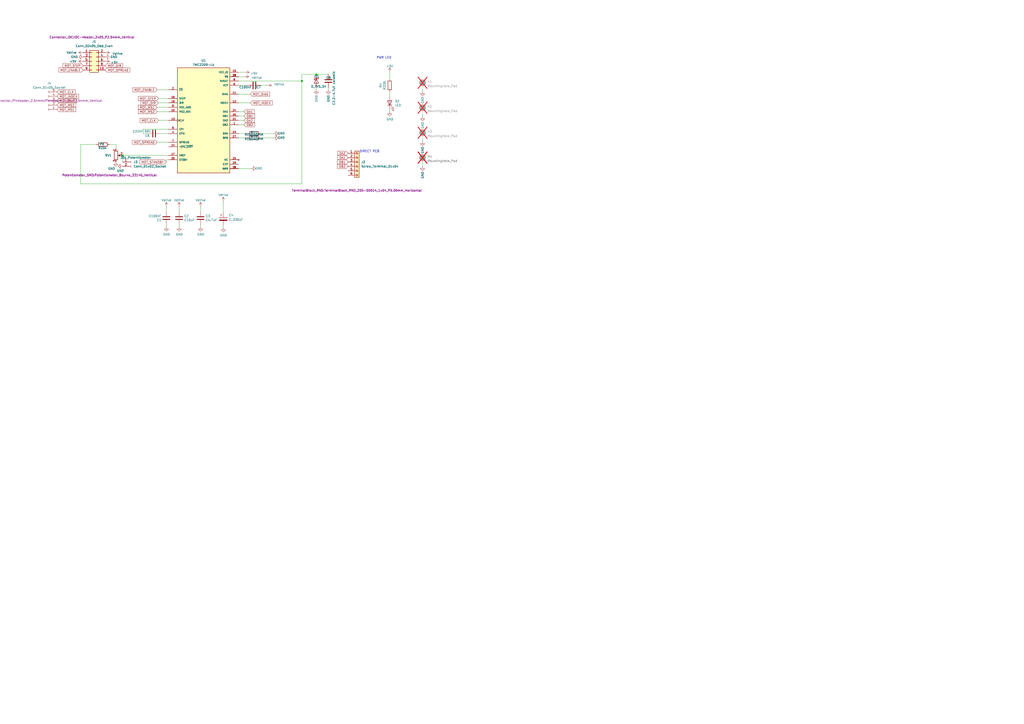
<source format=kicad_sch>
(kicad_sch (version 20230121) (generator eeschema)

  (uuid 269f19c3-6824-45a8-be29-fa58d70cbb42)

  (paper "A2")

  (title_block
    (title "ETHERSWEEP 4")
    (rev "4.0.1")
    (company "github.com/neumi")
  )

  (lib_symbols
    (symbol "Connector:Conn_01x02_Socket" (pin_names (offset 1.016) hide) (in_bom yes) (on_board yes)
      (property "Reference" "J" (at 0 2.54 0)
        (effects (font (size 1.27 1.27)))
      )
      (property "Value" "Conn_01x02_Socket" (at 0 -5.08 0)
        (effects (font (size 1.27 1.27)))
      )
      (property "Footprint" "" (at 0 0 0)
        (effects (font (size 1.27 1.27)) hide)
      )
      (property "Datasheet" "~" (at 0 0 0)
        (effects (font (size 1.27 1.27)) hide)
      )
      (property "ki_locked" "" (at 0 0 0)
        (effects (font (size 1.27 1.27)))
      )
      (property "ki_keywords" "connector" (at 0 0 0)
        (effects (font (size 1.27 1.27)) hide)
      )
      (property "ki_description" "Generic connector, single row, 01x02, script generated" (at 0 0 0)
        (effects (font (size 1.27 1.27)) hide)
      )
      (property "ki_fp_filters" "Connector*:*_1x??_*" (at 0 0 0)
        (effects (font (size 1.27 1.27)) hide)
      )
      (symbol "Conn_01x02_Socket_1_1"
        (arc (start 0 -2.032) (mid -0.5058 -2.54) (end 0 -3.048)
          (stroke (width 0.1524) (type default))
          (fill (type none))
        )
        (polyline
          (pts
            (xy -1.27 -2.54)
            (xy -0.508 -2.54)
          )
          (stroke (width 0.1524) (type default))
          (fill (type none))
        )
        (polyline
          (pts
            (xy -1.27 0)
            (xy -0.508 0)
          )
          (stroke (width 0.1524) (type default))
          (fill (type none))
        )
        (arc (start 0 0.508) (mid -0.5058 0) (end 0 -0.508)
          (stroke (width 0.1524) (type default))
          (fill (type none))
        )
        (pin passive line (at -5.08 0 0) (length 3.81)
          (name "Pin_1" (effects (font (size 1.27 1.27))))
          (number "1" (effects (font (size 1.27 1.27))))
        )
        (pin passive line (at -5.08 -2.54 0) (length 3.81)
          (name "Pin_2" (effects (font (size 1.27 1.27))))
          (number "2" (effects (font (size 1.27 1.27))))
        )
      )
    )
    (symbol "Connector:Conn_01x05_Socket" (pin_names (offset 1.016) hide) (in_bom yes) (on_board yes)
      (property "Reference" "J" (at 0 7.62 0)
        (effects (font (size 1.27 1.27)))
      )
      (property "Value" "Conn_01x05_Socket" (at 0 -7.62 0)
        (effects (font (size 1.27 1.27)))
      )
      (property "Footprint" "" (at 0 0 0)
        (effects (font (size 1.27 1.27)) hide)
      )
      (property "Datasheet" "~" (at 0 0 0)
        (effects (font (size 1.27 1.27)) hide)
      )
      (property "ki_locked" "" (at 0 0 0)
        (effects (font (size 1.27 1.27)))
      )
      (property "ki_keywords" "connector" (at 0 0 0)
        (effects (font (size 1.27 1.27)) hide)
      )
      (property "ki_description" "Generic connector, single row, 01x05, script generated" (at 0 0 0)
        (effects (font (size 1.27 1.27)) hide)
      )
      (property "ki_fp_filters" "Connector*:*_1x??_*" (at 0 0 0)
        (effects (font (size 1.27 1.27)) hide)
      )
      (symbol "Conn_01x05_Socket_1_1"
        (arc (start 0 -4.572) (mid -0.5058 -5.08) (end 0 -5.588)
          (stroke (width 0.1524) (type default))
          (fill (type none))
        )
        (arc (start 0 -2.032) (mid -0.5058 -2.54) (end 0 -3.048)
          (stroke (width 0.1524) (type default))
          (fill (type none))
        )
        (polyline
          (pts
            (xy -1.27 -5.08)
            (xy -0.508 -5.08)
          )
          (stroke (width 0.1524) (type default))
          (fill (type none))
        )
        (polyline
          (pts
            (xy -1.27 -2.54)
            (xy -0.508 -2.54)
          )
          (stroke (width 0.1524) (type default))
          (fill (type none))
        )
        (polyline
          (pts
            (xy -1.27 0)
            (xy -0.508 0)
          )
          (stroke (width 0.1524) (type default))
          (fill (type none))
        )
        (polyline
          (pts
            (xy -1.27 2.54)
            (xy -0.508 2.54)
          )
          (stroke (width 0.1524) (type default))
          (fill (type none))
        )
        (polyline
          (pts
            (xy -1.27 5.08)
            (xy -0.508 5.08)
          )
          (stroke (width 0.1524) (type default))
          (fill (type none))
        )
        (arc (start 0 0.508) (mid -0.5058 0) (end 0 -0.508)
          (stroke (width 0.1524) (type default))
          (fill (type none))
        )
        (arc (start 0 3.048) (mid -0.5058 2.54) (end 0 2.032)
          (stroke (width 0.1524) (type default))
          (fill (type none))
        )
        (arc (start 0 5.588) (mid -0.5058 5.08) (end 0 4.572)
          (stroke (width 0.1524) (type default))
          (fill (type none))
        )
        (pin passive line (at -5.08 5.08 0) (length 3.81)
          (name "Pin_1" (effects (font (size 1.27 1.27))))
          (number "1" (effects (font (size 1.27 1.27))))
        )
        (pin passive line (at -5.08 2.54 0) (length 3.81)
          (name "Pin_2" (effects (font (size 1.27 1.27))))
          (number "2" (effects (font (size 1.27 1.27))))
        )
        (pin passive line (at -5.08 0 0) (length 3.81)
          (name "Pin_3" (effects (font (size 1.27 1.27))))
          (number "3" (effects (font (size 1.27 1.27))))
        )
        (pin passive line (at -5.08 -2.54 0) (length 3.81)
          (name "Pin_4" (effects (font (size 1.27 1.27))))
          (number "4" (effects (font (size 1.27 1.27))))
        )
        (pin passive line (at -5.08 -5.08 0) (length 3.81)
          (name "Pin_5" (effects (font (size 1.27 1.27))))
          (number "5" (effects (font (size 1.27 1.27))))
        )
      )
    )
    (symbol "Connector:Screw_Terminal_01x06" (pin_names (offset 1.016) hide) (in_bom yes) (on_board yes)
      (property "Reference" "J" (at 0 7.62 0)
        (effects (font (size 1.27 1.27)))
      )
      (property "Value" "Screw_Terminal_01x06" (at 0 -10.16 0)
        (effects (font (size 1.27 1.27)))
      )
      (property "Footprint" "" (at 0 0 0)
        (effects (font (size 1.27 1.27)) hide)
      )
      (property "Datasheet" "~" (at 0 0 0)
        (effects (font (size 1.27 1.27)) hide)
      )
      (property "ki_keywords" "screw terminal" (at 0 0 0)
        (effects (font (size 1.27 1.27)) hide)
      )
      (property "ki_description" "Generic screw terminal, single row, 01x06, script generated (kicad-library-utils/schlib/autogen/connector/)" (at 0 0 0)
        (effects (font (size 1.27 1.27)) hide)
      )
      (property "ki_fp_filters" "TerminalBlock*:*" (at 0 0 0)
        (effects (font (size 1.27 1.27)) hide)
      )
      (symbol "Screw_Terminal_01x06_1_1"
        (rectangle (start -1.27 6.35) (end 1.27 -8.89)
          (stroke (width 0.254) (type default))
          (fill (type background))
        )
        (circle (center 0 -7.62) (radius 0.635)
          (stroke (width 0.1524) (type default))
          (fill (type none))
        )
        (circle (center 0 -5.08) (radius 0.635)
          (stroke (width 0.1524) (type default))
          (fill (type none))
        )
        (circle (center 0 -2.54) (radius 0.635)
          (stroke (width 0.1524) (type default))
          (fill (type none))
        )
        (polyline
          (pts
            (xy -0.5334 -7.2898)
            (xy 0.3302 -8.128)
          )
          (stroke (width 0.1524) (type default))
          (fill (type none))
        )
        (polyline
          (pts
            (xy -0.5334 -4.7498)
            (xy 0.3302 -5.588)
          )
          (stroke (width 0.1524) (type default))
          (fill (type none))
        )
        (polyline
          (pts
            (xy -0.5334 -2.2098)
            (xy 0.3302 -3.048)
          )
          (stroke (width 0.1524) (type default))
          (fill (type none))
        )
        (polyline
          (pts
            (xy -0.5334 0.3302)
            (xy 0.3302 -0.508)
          )
          (stroke (width 0.1524) (type default))
          (fill (type none))
        )
        (polyline
          (pts
            (xy -0.5334 2.8702)
            (xy 0.3302 2.032)
          )
          (stroke (width 0.1524) (type default))
          (fill (type none))
        )
        (polyline
          (pts
            (xy -0.5334 5.4102)
            (xy 0.3302 4.572)
          )
          (stroke (width 0.1524) (type default))
          (fill (type none))
        )
        (polyline
          (pts
            (xy -0.3556 -7.112)
            (xy 0.508 -7.9502)
          )
          (stroke (width 0.1524) (type default))
          (fill (type none))
        )
        (polyline
          (pts
            (xy -0.3556 -4.572)
            (xy 0.508 -5.4102)
          )
          (stroke (width 0.1524) (type default))
          (fill (type none))
        )
        (polyline
          (pts
            (xy -0.3556 -2.032)
            (xy 0.508 -2.8702)
          )
          (stroke (width 0.1524) (type default))
          (fill (type none))
        )
        (polyline
          (pts
            (xy -0.3556 0.508)
            (xy 0.508 -0.3302)
          )
          (stroke (width 0.1524) (type default))
          (fill (type none))
        )
        (polyline
          (pts
            (xy -0.3556 3.048)
            (xy 0.508 2.2098)
          )
          (stroke (width 0.1524) (type default))
          (fill (type none))
        )
        (polyline
          (pts
            (xy -0.3556 5.588)
            (xy 0.508 4.7498)
          )
          (stroke (width 0.1524) (type default))
          (fill (type none))
        )
        (circle (center 0 0) (radius 0.635)
          (stroke (width 0.1524) (type default))
          (fill (type none))
        )
        (circle (center 0 2.54) (radius 0.635)
          (stroke (width 0.1524) (type default))
          (fill (type none))
        )
        (circle (center 0 5.08) (radius 0.635)
          (stroke (width 0.1524) (type default))
          (fill (type none))
        )
        (pin passive line (at -5.08 5.08 0) (length 3.81)
          (name "Pin_1" (effects (font (size 1.27 1.27))))
          (number "1" (effects (font (size 1.27 1.27))))
        )
        (pin passive line (at -5.08 2.54 0) (length 3.81)
          (name "Pin_2" (effects (font (size 1.27 1.27))))
          (number "2" (effects (font (size 1.27 1.27))))
        )
        (pin passive line (at -5.08 0 0) (length 3.81)
          (name "Pin_3" (effects (font (size 1.27 1.27))))
          (number "3" (effects (font (size 1.27 1.27))))
        )
        (pin passive line (at -5.08 -2.54 0) (length 3.81)
          (name "Pin_4" (effects (font (size 1.27 1.27))))
          (number "4" (effects (font (size 1.27 1.27))))
        )
        (pin passive line (at -5.08 -5.08 0) (length 3.81)
          (name "Pin_5" (effects (font (size 1.27 1.27))))
          (number "5" (effects (font (size 1.27 1.27))))
        )
        (pin passive line (at -5.08 -7.62 0) (length 3.81)
          (name "Pin_6" (effects (font (size 1.27 1.27))))
          (number "6" (effects (font (size 1.27 1.27))))
        )
      )
    )
    (symbol "Connector_Generic:Conn_02x05_Odd_Even" (pin_names (offset 1.016) hide) (in_bom yes) (on_board yes)
      (property "Reference" "J" (at 1.27 7.62 0)
        (effects (font (size 1.27 1.27)))
      )
      (property "Value" "Conn_02x05_Odd_Even" (at 1.27 -7.62 0)
        (effects (font (size 1.27 1.27)))
      )
      (property "Footprint" "" (at 0 0 0)
        (effects (font (size 1.27 1.27)) hide)
      )
      (property "Datasheet" "~" (at 0 0 0)
        (effects (font (size 1.27 1.27)) hide)
      )
      (property "ki_keywords" "connector" (at 0 0 0)
        (effects (font (size 1.27 1.27)) hide)
      )
      (property "ki_description" "Generic connector, double row, 02x05, odd/even pin numbering scheme (row 1 odd numbers, row 2 even numbers), script generated (kicad-library-utils/schlib/autogen/connector/)" (at 0 0 0)
        (effects (font (size 1.27 1.27)) hide)
      )
      (property "ki_fp_filters" "Connector*:*_2x??_*" (at 0 0 0)
        (effects (font (size 1.27 1.27)) hide)
      )
      (symbol "Conn_02x05_Odd_Even_1_1"
        (rectangle (start -1.27 -4.953) (end 0 -5.207)
          (stroke (width 0.1524) (type default))
          (fill (type none))
        )
        (rectangle (start -1.27 -2.413) (end 0 -2.667)
          (stroke (width 0.1524) (type default))
          (fill (type none))
        )
        (rectangle (start -1.27 0.127) (end 0 -0.127)
          (stroke (width 0.1524) (type default))
          (fill (type none))
        )
        (rectangle (start -1.27 2.667) (end 0 2.413)
          (stroke (width 0.1524) (type default))
          (fill (type none))
        )
        (rectangle (start -1.27 5.207) (end 0 4.953)
          (stroke (width 0.1524) (type default))
          (fill (type none))
        )
        (rectangle (start -1.27 6.35) (end 3.81 -6.35)
          (stroke (width 0.254) (type default))
          (fill (type background))
        )
        (rectangle (start 3.81 -4.953) (end 2.54 -5.207)
          (stroke (width 0.1524) (type default))
          (fill (type none))
        )
        (rectangle (start 3.81 -2.413) (end 2.54 -2.667)
          (stroke (width 0.1524) (type default))
          (fill (type none))
        )
        (rectangle (start 3.81 0.127) (end 2.54 -0.127)
          (stroke (width 0.1524) (type default))
          (fill (type none))
        )
        (rectangle (start 3.81 2.667) (end 2.54 2.413)
          (stroke (width 0.1524) (type default))
          (fill (type none))
        )
        (rectangle (start 3.81 5.207) (end 2.54 4.953)
          (stroke (width 0.1524) (type default))
          (fill (type none))
        )
        (pin passive line (at -5.08 5.08 0) (length 3.81)
          (name "Pin_1" (effects (font (size 1.27 1.27))))
          (number "1" (effects (font (size 1.27 1.27))))
        )
        (pin passive line (at 7.62 -5.08 180) (length 3.81)
          (name "Pin_10" (effects (font (size 1.27 1.27))))
          (number "10" (effects (font (size 1.27 1.27))))
        )
        (pin passive line (at 7.62 5.08 180) (length 3.81)
          (name "Pin_2" (effects (font (size 1.27 1.27))))
          (number "2" (effects (font (size 1.27 1.27))))
        )
        (pin passive line (at -5.08 2.54 0) (length 3.81)
          (name "Pin_3" (effects (font (size 1.27 1.27))))
          (number "3" (effects (font (size 1.27 1.27))))
        )
        (pin passive line (at 7.62 2.54 180) (length 3.81)
          (name "Pin_4" (effects (font (size 1.27 1.27))))
          (number "4" (effects (font (size 1.27 1.27))))
        )
        (pin passive line (at -5.08 0 0) (length 3.81)
          (name "Pin_5" (effects (font (size 1.27 1.27))))
          (number "5" (effects (font (size 1.27 1.27))))
        )
        (pin passive line (at 7.62 0 180) (length 3.81)
          (name "Pin_6" (effects (font (size 1.27 1.27))))
          (number "6" (effects (font (size 1.27 1.27))))
        )
        (pin passive line (at -5.08 -2.54 0) (length 3.81)
          (name "Pin_7" (effects (font (size 1.27 1.27))))
          (number "7" (effects (font (size 1.27 1.27))))
        )
        (pin passive line (at 7.62 -2.54 180) (length 3.81)
          (name "Pin_8" (effects (font (size 1.27 1.27))))
          (number "8" (effects (font (size 1.27 1.27))))
        )
        (pin passive line (at -5.08 -5.08 0) (length 3.81)
          (name "Pin_9" (effects (font (size 1.27 1.27))))
          (number "9" (effects (font (size 1.27 1.27))))
        )
      )
    )
    (symbol "Device:C" (pin_numbers hide) (pin_names (offset 0.254)) (in_bom yes) (on_board yes)
      (property "Reference" "C" (at 0.635 2.54 0)
        (effects (font (size 1.27 1.27)) (justify left))
      )
      (property "Value" "C" (at 0.635 -2.54 0)
        (effects (font (size 1.27 1.27)) (justify left))
      )
      (property "Footprint" "" (at 0.9652 -3.81 0)
        (effects (font (size 1.27 1.27)) hide)
      )
      (property "Datasheet" "~" (at 0 0 0)
        (effects (font (size 1.27 1.27)) hide)
      )
      (property "ki_keywords" "cap capacitor" (at 0 0 0)
        (effects (font (size 1.27 1.27)) hide)
      )
      (property "ki_description" "Unpolarized capacitor" (at 0 0 0)
        (effects (font (size 1.27 1.27)) hide)
      )
      (property "ki_fp_filters" "C_*" (at 0 0 0)
        (effects (font (size 1.27 1.27)) hide)
      )
      (symbol "C_0_1"
        (polyline
          (pts
            (xy -2.032 -0.762)
            (xy 2.032 -0.762)
          )
          (stroke (width 0.508) (type default))
          (fill (type none))
        )
        (polyline
          (pts
            (xy -2.032 0.762)
            (xy 2.032 0.762)
          )
          (stroke (width 0.508) (type default))
          (fill (type none))
        )
      )
      (symbol "C_1_1"
        (pin passive line (at 0 3.81 270) (length 2.794)
          (name "~" (effects (font (size 1.27 1.27))))
          (number "1" (effects (font (size 1.27 1.27))))
        )
        (pin passive line (at 0 -3.81 90) (length 2.794)
          (name "~" (effects (font (size 1.27 1.27))))
          (number "2" (effects (font (size 1.27 1.27))))
        )
      )
    )
    (symbol "Device:C_Polarized" (pin_numbers hide) (pin_names (offset 0.254)) (in_bom yes) (on_board yes)
      (property "Reference" "C" (at 0.635 2.54 0)
        (effects (font (size 1.27 1.27)) (justify left))
      )
      (property "Value" "C_Polarized" (at 0.635 -2.54 0)
        (effects (font (size 1.27 1.27)) (justify left))
      )
      (property "Footprint" "" (at 0.9652 -3.81 0)
        (effects (font (size 1.27 1.27)) hide)
      )
      (property "Datasheet" "~" (at 0 0 0)
        (effects (font (size 1.27 1.27)) hide)
      )
      (property "ki_keywords" "cap capacitor" (at 0 0 0)
        (effects (font (size 1.27 1.27)) hide)
      )
      (property "ki_description" "Polarized capacitor" (at 0 0 0)
        (effects (font (size 1.27 1.27)) hide)
      )
      (property "ki_fp_filters" "CP_*" (at 0 0 0)
        (effects (font (size 1.27 1.27)) hide)
      )
      (symbol "C_Polarized_0_1"
        (rectangle (start -2.286 0.508) (end 2.286 1.016)
          (stroke (width 0) (type default))
          (fill (type none))
        )
        (polyline
          (pts
            (xy -1.778 2.286)
            (xy -0.762 2.286)
          )
          (stroke (width 0) (type default))
          (fill (type none))
        )
        (polyline
          (pts
            (xy -1.27 2.794)
            (xy -1.27 1.778)
          )
          (stroke (width 0) (type default))
          (fill (type none))
        )
        (rectangle (start 2.286 -0.508) (end -2.286 -1.016)
          (stroke (width 0) (type default))
          (fill (type outline))
        )
      )
      (symbol "C_Polarized_1_1"
        (pin passive line (at 0 3.81 270) (length 2.794)
          (name "~" (effects (font (size 1.27 1.27))))
          (number "1" (effects (font (size 1.27 1.27))))
        )
        (pin passive line (at 0 -3.81 90) (length 2.794)
          (name "~" (effects (font (size 1.27 1.27))))
          (number "2" (effects (font (size 1.27 1.27))))
        )
      )
    )
    (symbol "Device:D_Schottky" (pin_numbers hide) (pin_names (offset 1.016) hide) (in_bom yes) (on_board yes)
      (property "Reference" "D" (at 0 2.54 0)
        (effects (font (size 1.27 1.27)))
      )
      (property "Value" "D_Schottky" (at 0 -2.54 0)
        (effects (font (size 1.27 1.27)))
      )
      (property "Footprint" "" (at 0 0 0)
        (effects (font (size 1.27 1.27)) hide)
      )
      (property "Datasheet" "~" (at 0 0 0)
        (effects (font (size 1.27 1.27)) hide)
      )
      (property "ki_keywords" "diode Schottky" (at 0 0 0)
        (effects (font (size 1.27 1.27)) hide)
      )
      (property "ki_description" "Schottky diode" (at 0 0 0)
        (effects (font (size 1.27 1.27)) hide)
      )
      (property "ki_fp_filters" "TO-???* *_Diode_* *SingleDiode* D_*" (at 0 0 0)
        (effects (font (size 1.27 1.27)) hide)
      )
      (symbol "D_Schottky_0_1"
        (polyline
          (pts
            (xy 1.27 0)
            (xy -1.27 0)
          )
          (stroke (width 0) (type default))
          (fill (type none))
        )
        (polyline
          (pts
            (xy 1.27 1.27)
            (xy 1.27 -1.27)
            (xy -1.27 0)
            (xy 1.27 1.27)
          )
          (stroke (width 0.254) (type default))
          (fill (type none))
        )
        (polyline
          (pts
            (xy -1.905 0.635)
            (xy -1.905 1.27)
            (xy -1.27 1.27)
            (xy -1.27 -1.27)
            (xy -0.635 -1.27)
            (xy -0.635 -0.635)
          )
          (stroke (width 0.254) (type default))
          (fill (type none))
        )
      )
      (symbol "D_Schottky_1_1"
        (pin passive line (at -3.81 0 0) (length 2.54)
          (name "K" (effects (font (size 1.27 1.27))))
          (number "1" (effects (font (size 1.27 1.27))))
        )
        (pin passive line (at 3.81 0 180) (length 2.54)
          (name "A" (effects (font (size 1.27 1.27))))
          (number "2" (effects (font (size 1.27 1.27))))
        )
      )
    )
    (symbol "Device:LED" (pin_numbers hide) (pin_names (offset 1.016) hide) (in_bom yes) (on_board yes)
      (property "Reference" "D" (at 0 2.54 0)
        (effects (font (size 1.27 1.27)))
      )
      (property "Value" "LED" (at 0 -2.54 0)
        (effects (font (size 1.27 1.27)))
      )
      (property "Footprint" "" (at 0 0 0)
        (effects (font (size 1.27 1.27)) hide)
      )
      (property "Datasheet" "~" (at 0 0 0)
        (effects (font (size 1.27 1.27)) hide)
      )
      (property "ki_keywords" "LED diode" (at 0 0 0)
        (effects (font (size 1.27 1.27)) hide)
      )
      (property "ki_description" "Light emitting diode" (at 0 0 0)
        (effects (font (size 1.27 1.27)) hide)
      )
      (property "ki_fp_filters" "LED* LED_SMD:* LED_THT:*" (at 0 0 0)
        (effects (font (size 1.27 1.27)) hide)
      )
      (symbol "LED_0_1"
        (polyline
          (pts
            (xy -1.27 -1.27)
            (xy -1.27 1.27)
          )
          (stroke (width 0.254) (type default))
          (fill (type none))
        )
        (polyline
          (pts
            (xy -1.27 0)
            (xy 1.27 0)
          )
          (stroke (width 0) (type default))
          (fill (type none))
        )
        (polyline
          (pts
            (xy 1.27 -1.27)
            (xy 1.27 1.27)
            (xy -1.27 0)
            (xy 1.27 -1.27)
          )
          (stroke (width 0.254) (type default))
          (fill (type none))
        )
        (polyline
          (pts
            (xy -3.048 -0.762)
            (xy -4.572 -2.286)
            (xy -3.81 -2.286)
            (xy -4.572 -2.286)
            (xy -4.572 -1.524)
          )
          (stroke (width 0) (type default))
          (fill (type none))
        )
        (polyline
          (pts
            (xy -1.778 -0.762)
            (xy -3.302 -2.286)
            (xy -2.54 -2.286)
            (xy -3.302 -2.286)
            (xy -3.302 -1.524)
          )
          (stroke (width 0) (type default))
          (fill (type none))
        )
      )
      (symbol "LED_1_1"
        (pin passive line (at -3.81 0 0) (length 2.54)
          (name "K" (effects (font (size 1.27 1.27))))
          (number "1" (effects (font (size 1.27 1.27))))
        )
        (pin passive line (at 3.81 0 180) (length 2.54)
          (name "A" (effects (font (size 1.27 1.27))))
          (number "2" (effects (font (size 1.27 1.27))))
        )
      )
    )
    (symbol "Device:R" (pin_numbers hide) (pin_names (offset 0)) (in_bom yes) (on_board yes)
      (property "Reference" "R" (at 2.032 0 90)
        (effects (font (size 1.27 1.27)))
      )
      (property "Value" "R" (at 0 0 90)
        (effects (font (size 1.27 1.27)))
      )
      (property "Footprint" "" (at -1.778 0 90)
        (effects (font (size 1.27 1.27)) hide)
      )
      (property "Datasheet" "~" (at 0 0 0)
        (effects (font (size 1.27 1.27)) hide)
      )
      (property "ki_keywords" "R res resistor" (at 0 0 0)
        (effects (font (size 1.27 1.27)) hide)
      )
      (property "ki_description" "Resistor" (at 0 0 0)
        (effects (font (size 1.27 1.27)) hide)
      )
      (property "ki_fp_filters" "R_*" (at 0 0 0)
        (effects (font (size 1.27 1.27)) hide)
      )
      (symbol "R_0_1"
        (rectangle (start -1.016 -2.54) (end 1.016 2.54)
          (stroke (width 0.254) (type default))
          (fill (type none))
        )
      )
      (symbol "R_1_1"
        (pin passive line (at 0 3.81 270) (length 1.27)
          (name "~" (effects (font (size 1.27 1.27))))
          (number "1" (effects (font (size 1.27 1.27))))
        )
        (pin passive line (at 0 -3.81 90) (length 1.27)
          (name "~" (effects (font (size 1.27 1.27))))
          (number "2" (effects (font (size 1.27 1.27))))
        )
      )
    )
    (symbol "Device:R_Potentiometer" (pin_names (offset 1.016) hide) (in_bom yes) (on_board yes)
      (property "Reference" "RV" (at -4.445 0 90)
        (effects (font (size 1.27 1.27)))
      )
      (property "Value" "R_Potentiometer" (at -2.54 0 90)
        (effects (font (size 1.27 1.27)))
      )
      (property "Footprint" "" (at 0 0 0)
        (effects (font (size 1.27 1.27)) hide)
      )
      (property "Datasheet" "~" (at 0 0 0)
        (effects (font (size 1.27 1.27)) hide)
      )
      (property "ki_keywords" "resistor variable" (at 0 0 0)
        (effects (font (size 1.27 1.27)) hide)
      )
      (property "ki_description" "Potentiometer" (at 0 0 0)
        (effects (font (size 1.27 1.27)) hide)
      )
      (property "ki_fp_filters" "Potentiometer*" (at 0 0 0)
        (effects (font (size 1.27 1.27)) hide)
      )
      (symbol "R_Potentiometer_0_1"
        (polyline
          (pts
            (xy 2.54 0)
            (xy 1.524 0)
          )
          (stroke (width 0) (type default))
          (fill (type none))
        )
        (polyline
          (pts
            (xy 1.143 0)
            (xy 2.286 0.508)
            (xy 2.286 -0.508)
            (xy 1.143 0)
          )
          (stroke (width 0) (type default))
          (fill (type outline))
        )
        (rectangle (start 1.016 2.54) (end -1.016 -2.54)
          (stroke (width 0.254) (type default))
          (fill (type none))
        )
      )
      (symbol "R_Potentiometer_1_1"
        (pin passive line (at 0 3.81 270) (length 1.27)
          (name "1" (effects (font (size 1.27 1.27))))
          (number "1" (effects (font (size 1.27 1.27))))
        )
        (pin passive line (at 3.81 0 180) (length 1.27)
          (name "2" (effects (font (size 1.27 1.27))))
          (number "2" (effects (font (size 1.27 1.27))))
        )
        (pin passive line (at 0 -3.81 90) (length 1.27)
          (name "3" (effects (font (size 1.27 1.27))))
          (number "3" (effects (font (size 1.27 1.27))))
        )
      )
    )
    (symbol "Mechanical:MountingHole_Pad" (pin_numbers hide) (pin_names (offset 1.016) hide) (in_bom yes) (on_board yes)
      (property "Reference" "H" (at 0 6.35 0)
        (effects (font (size 1.27 1.27)))
      )
      (property "Value" "MountingHole_Pad" (at 0 4.445 0)
        (effects (font (size 1.27 1.27)))
      )
      (property "Footprint" "" (at 0 0 0)
        (effects (font (size 1.27 1.27)) hide)
      )
      (property "Datasheet" "~" (at 0 0 0)
        (effects (font (size 1.27 1.27)) hide)
      )
      (property "ki_keywords" "mounting hole" (at 0 0 0)
        (effects (font (size 1.27 1.27)) hide)
      )
      (property "ki_description" "Mounting Hole with connection" (at 0 0 0)
        (effects (font (size 1.27 1.27)) hide)
      )
      (property "ki_fp_filters" "MountingHole*Pad*" (at 0 0 0)
        (effects (font (size 1.27 1.27)) hide)
      )
      (symbol "MountingHole_Pad_0_1"
        (circle (center 0 1.27) (radius 1.27)
          (stroke (width 1.27) (type default))
          (fill (type none))
        )
      )
      (symbol "MountingHole_Pad_1_1"
        (pin input line (at 0 -2.54 90) (length 2.54)
          (name "1" (effects (font (size 1.27 1.27))))
          (number "1" (effects (font (size 1.27 1.27))))
        )
      )
    )
    (symbol "TMC2209-LA:TMC2209-LA" (pin_names (offset 1.016)) (in_bom yes) (on_board yes)
      (property "Reference" "U" (at -15.24 30.48 0)
        (effects (font (size 1.27 1.27)) (justify left bottom))
      )
      (property "Value" "TMC2209-LA" (at -15.24 -33.02 0)
        (effects (font (size 1.27 1.27)) (justify left bottom))
      )
      (property "Footprint" "QFN50P500X500X90-29N" (at 0 0 0)
        (effects (font (size 1.27 1.27)) (justify bottom) hide)
      )
      (property "Datasheet" "" (at 0 0 0)
        (effects (font (size 1.27 1.27)) hide)
      )
      (property "STANDARD" "IPC-7351B" (at 0 0 0)
        (effects (font (size 1.27 1.27)) (justify bottom) hide)
      )
      (property "PARTREV" "1.08" (at 0 0 0)
        (effects (font (size 1.27 1.27)) (justify bottom) hide)
      )
      (property "MANUFACTURER" "Trinamic" (at 0 0 0)
        (effects (font (size 1.27 1.27)) (justify bottom) hide)
      )
      (property "SNAPEDA_PN" "TMC2209-LA" (at 0 0 0)
        (effects (font (size 1.27 1.27)) (justify bottom) hide)
      )
      (property "MAXIMUM_PACKAGE_HEIGHT" "0.90mm" (at 0 0 0)
        (effects (font (size 1.27 1.27)) (justify bottom) hide)
      )
      (symbol "TMC2209-LA_0_0"
        (rectangle (start -15.24 -30.48) (end 15.24 30.48)
          (stroke (width 0.254) (type default))
          (fill (type background))
        )
        (pin output line (at 20.32 -2.54 180) (length 5.08)
          (name "OB2" (effects (font (size 1.016 1.016))))
          (number "1" (effects (font (size 1.016 1.016))))
        )
        (pin input line (at -20.32 5.08 0) (length 5.08)
          (name "MS2_AD1" (effects (font (size 1.016 1.016))))
          (number "10" (effects (font (size 1.016 1.016))))
        )
        (pin output line (at 20.32 15.24 180) (length 5.08)
          (name "DIAG" (effects (font (size 1.016 1.016))))
          (number "11" (effects (font (size 1.016 1.016))))
        )
        (pin output line (at 20.32 10.16 180) (length 5.08)
          (name "INDEX" (effects (font (size 1.016 1.016))))
          (number "12" (effects (font (size 1.016 1.016))))
        )
        (pin input clock (at -20.32 0 0) (length 5.08)
          (name "CLK" (effects (font (size 1.016 1.016))))
          (number "13" (effects (font (size 1.016 1.016))))
        )
        (pin bidirectional line (at -20.32 -15.24 0) (length 5.08)
          (name "~{PD~{_UART}" (effects (font (size 1.016 1.016))))
          (number "14" (effects (font (size 1.016 1.016))))
        )
        (pin power_in line (at 20.32 27.94 180) (length 5.08)
          (name "VCC_IO" (effects (font (size 1.016 1.016))))
          (number "15" (effects (font (size 1.016 1.016))))
        )
        (pin input line (at -20.32 12.7 0) (length 5.08)
          (name "STEP" (effects (font (size 1.016 1.016))))
          (number "16" (effects (font (size 1.016 1.016))))
        )
        (pin input line (at -20.32 -20.32 0) (length 5.08)
          (name "VREF" (effects (font (size 1.016 1.016))))
          (number "17" (effects (font (size 1.016 1.016))))
        )
        (pin power_in line (at 20.32 -27.94 180) (length 5.08)
          (name "GND" (effects (font (size 1.016 1.016))))
          (number "18" (effects (font (size 1.016 1.016))))
        )
        (pin input line (at -20.32 10.16 0) (length 5.08)
          (name "DIR" (effects (font (size 1.016 1.016))))
          (number "19" (effects (font (size 1.016 1.016))))
        )
        (pin input line (at -20.32 17.78 0) (length 5.08)
          (name "~{EN}" (effects (font (size 1.016 1.016))))
          (number "2" (effects (font (size 1.016 1.016))))
        )
        (pin input line (at -20.32 -22.86 0) (length 5.08)
          (name "STDBY" (effects (font (size 1.016 1.016))))
          (number "20" (effects (font (size 1.016 1.016))))
        )
        (pin output line (at 20.32 0 180) (length 5.08)
          (name "OA2" (effects (font (size 1.016 1.016))))
          (number "21" (effects (font (size 1.016 1.016))))
        )
        (pin power_in line (at 20.32 25.4 180) (length 5.08)
          (name "VS" (effects (font (size 1.016 1.016))))
          (number "22" (effects (font (size 1.016 1.016))))
        )
        (pin bidirectional line (at 20.32 -7.62 180) (length 5.08)
          (name "BRA" (effects (font (size 1.016 1.016))))
          (number "23" (effects (font (size 1.016 1.016))))
        )
        (pin output line (at 20.32 5.08 180) (length 5.08)
          (name "OA1" (effects (font (size 1.016 1.016))))
          (number "24" (effects (font (size 1.016 1.016))))
        )
        (pin no_connect line (at 20.32 -22.86 180) (length 5.08)
          (name "NC" (effects (font (size 1.016 1.016))))
          (number "25" (effects (font (size 1.016 1.016))))
        )
        (pin output line (at 20.32 2.54 180) (length 5.08)
          (name "OB1" (effects (font (size 1.016 1.016))))
          (number "26" (effects (font (size 1.016 1.016))))
        )
        (pin bidirectional line (at 20.32 -10.16 180) (length 5.08)
          (name "BRB" (effects (font (size 1.016 1.016))))
          (number "27" (effects (font (size 1.016 1.016))))
        )
        (pin power_in line (at 20.32 25.4 180) (length 5.08)
          (name "VS" (effects (font (size 1.016 1.016))))
          (number "28" (effects (font (size 1.016 1.016))))
        )
        (pin power_in line (at 20.32 -25.4 180) (length 5.08)
          (name "EXP" (effects (font (size 1.016 1.016))))
          (number "29" (effects (font (size 1.016 1.016))))
        )
        (pin power_in line (at 20.32 -27.94 180) (length 5.08)
          (name "GND" (effects (font (size 1.016 1.016))))
          (number "3" (effects (font (size 1.016 1.016))))
        )
        (pin output line (at -20.32 -7.62 0) (length 5.08)
          (name "CPO" (effects (font (size 1.016 1.016))))
          (number "4" (effects (font (size 1.016 1.016))))
        )
        (pin input line (at -20.32 -5.08 0) (length 5.08)
          (name "CPI" (effects (font (size 1.016 1.016))))
          (number "5" (effects (font (size 1.016 1.016))))
        )
        (pin power_in line (at 20.32 20.32 180) (length 5.08)
          (name "VCP" (effects (font (size 1.016 1.016))))
          (number "6" (effects (font (size 1.016 1.016))))
        )
        (pin input line (at -20.32 -12.7 0) (length 5.08)
          (name "SPREAD" (effects (font (size 1.016 1.016))))
          (number "7" (effects (font (size 1.016 1.016))))
        )
        (pin power_in line (at 20.32 22.86 180) (length 5.08)
          (name "5VOUT" (effects (font (size 1.016 1.016))))
          (number "8" (effects (font (size 1.016 1.016))))
        )
        (pin input line (at -20.32 7.62 0) (length 5.08)
          (name "MS1_AD0" (effects (font (size 1.016 1.016))))
          (number "9" (effects (font (size 1.016 1.016))))
        )
      )
    )
    (symbol "power:+5V" (power) (pin_names (offset 0)) (in_bom yes) (on_board yes)
      (property "Reference" "#PWR" (at 0 -3.81 0)
        (effects (font (size 1.27 1.27)) hide)
      )
      (property "Value" "+5V" (at 0 3.556 0)
        (effects (font (size 1.27 1.27)))
      )
      (property "Footprint" "" (at 0 0 0)
        (effects (font (size 1.27 1.27)) hide)
      )
      (property "Datasheet" "" (at 0 0 0)
        (effects (font (size 1.27 1.27)) hide)
      )
      (property "ki_keywords" "global power" (at 0 0 0)
        (effects (font (size 1.27 1.27)) hide)
      )
      (property "ki_description" "Power symbol creates a global label with name \"+5V\"" (at 0 0 0)
        (effects (font (size 1.27 1.27)) hide)
      )
      (symbol "+5V_0_1"
        (polyline
          (pts
            (xy -0.762 1.27)
            (xy 0 2.54)
          )
          (stroke (width 0) (type default))
          (fill (type none))
        )
        (polyline
          (pts
            (xy 0 0)
            (xy 0 2.54)
          )
          (stroke (width 0) (type default))
          (fill (type none))
        )
        (polyline
          (pts
            (xy 0 2.54)
            (xy 0.762 1.27)
          )
          (stroke (width 0) (type default))
          (fill (type none))
        )
      )
      (symbol "+5V_1_1"
        (pin power_in line (at 0 0 90) (length 0) hide
          (name "+5V" (effects (font (size 1.27 1.27))))
          (number "1" (effects (font (size 1.27 1.27))))
        )
      )
    )
    (symbol "power:GND" (power) (pin_names (offset 0)) (in_bom yes) (on_board yes)
      (property "Reference" "#PWR" (at 0 -6.35 0)
        (effects (font (size 1.27 1.27)) hide)
      )
      (property "Value" "GND" (at 0 -3.81 0)
        (effects (font (size 1.27 1.27)))
      )
      (property "Footprint" "" (at 0 0 0)
        (effects (font (size 1.27 1.27)) hide)
      )
      (property "Datasheet" "" (at 0 0 0)
        (effects (font (size 1.27 1.27)) hide)
      )
      (property "ki_keywords" "power-flag" (at 0 0 0)
        (effects (font (size 1.27 1.27)) hide)
      )
      (property "ki_description" "Power symbol creates a global label with name \"GND\" , ground" (at 0 0 0)
        (effects (font (size 1.27 1.27)) hide)
      )
      (symbol "GND_0_1"
        (polyline
          (pts
            (xy 0 0)
            (xy 0 -1.27)
            (xy 1.27 -1.27)
            (xy 0 -2.54)
            (xy -1.27 -1.27)
            (xy 0 -1.27)
          )
          (stroke (width 0) (type default))
          (fill (type none))
        )
      )
      (symbol "GND_1_1"
        (pin power_in line (at 0 0 270) (length 0) hide
          (name "GND" (effects (font (size 1.27 1.27))))
          (number "1" (effects (font (size 1.27 1.27))))
        )
      )
    )
    (symbol "power:Vdrive" (power) (pin_names (offset 0)) (in_bom yes) (on_board yes)
      (property "Reference" "#PWR" (at -5.08 -3.81 0)
        (effects (font (size 1.27 1.27)) hide)
      )
      (property "Value" "Vdrive" (at 0 3.81 0)
        (effects (font (size 1.27 1.27)))
      )
      (property "Footprint" "" (at 0 0 0)
        (effects (font (size 1.27 1.27)) hide)
      )
      (property "Datasheet" "" (at 0 0 0)
        (effects (font (size 1.27 1.27)) hide)
      )
      (property "ki_keywords" "global power" (at 0 0 0)
        (effects (font (size 1.27 1.27)) hide)
      )
      (property "ki_description" "Power symbol creates a global label with name \"Vdrive\"" (at 0 0 0)
        (effects (font (size 1.27 1.27)) hide)
      )
      (symbol "Vdrive_0_1"
        (polyline
          (pts
            (xy -0.762 1.27)
            (xy 0 2.54)
          )
          (stroke (width 0) (type default))
          (fill (type none))
        )
        (polyline
          (pts
            (xy 0 0)
            (xy 0 2.54)
          )
          (stroke (width 0) (type default))
          (fill (type none))
        )
        (polyline
          (pts
            (xy 0 2.54)
            (xy 0.762 1.27)
          )
          (stroke (width 0) (type default))
          (fill (type none))
        )
      )
      (symbol "Vdrive_1_1"
        (pin power_in line (at 0 0 90) (length 0) hide
          (name "Vdrive" (effects (font (size 1.27 1.27))))
          (number "1" (effects (font (size 1.27 1.27))))
        )
      )
    )
  )

  (junction (at 175.133 46.99) (diameter 0) (color 0 0 0 0)
    (uuid 6ab32ade-c23c-4937-a808-891439416d73)
  )
  (junction (at 183.515 43.18) (diameter 0) (color 0 0 0 0)
    (uuid 9c71c7cd-c878-4020-a688-7b461072223a)
  )
  (junction (at 71.12 90.17) (diameter 0) (color 0 0 0 0)
    (uuid dc5f294a-0e87-464c-b401-3e0ab53e6ac1)
  )

  (wire (pts (xy 138.43 64.77) (xy 141.478 64.77))
    (stroke (width 0) (type default))
    (uuid 003b4c52-2826-4b48-af34-4987ae432afa)
  )
  (wire (pts (xy 138.43 97.79) (xy 145.669 97.79))
    (stroke (width 0) (type default))
    (uuid 06478624-5f0e-4cba-ab6d-30bf89d18fbe)
  )
  (wire (pts (xy 96.52 119.888) (xy 96.52 122.682))
    (stroke (width 0) (type default))
    (uuid 06f70d8c-266f-4c97-b7ab-8742391ac1b4)
  )
  (wire (pts (xy 143.764 49.53) (xy 138.43 49.53))
    (stroke (width 0) (type default))
    (uuid 07be451c-0352-4525-93bd-ad9aff8f2b18)
  )
  (wire (pts (xy 97.79 82.55) (xy 91.186 82.55))
    (stroke (width 0) (type default))
    (uuid 09f5e2ac-6b57-4872-a181-7e49da1e689a)
  )
  (wire (pts (xy 138.43 72.39) (xy 141.478 72.39))
    (stroke (width 0) (type default))
    (uuid 14e0c558-9caa-4878-9514-fbf4362419bb)
  )
  (wire (pts (xy 97.79 62.23) (xy 91.186 62.23))
    (stroke (width 0) (type default))
    (uuid 1b36cbc5-f68c-451e-82da-a04246be5110)
  )
  (wire (pts (xy 226.06 63.5) (xy 226.06 64.77))
    (stroke (width 0) (type default))
    (uuid 1ed40e74-301d-41f9-bfb0-2ae4991d7711)
  )
  (wire (pts (xy 97.79 59.69) (xy 91.821 59.69))
    (stroke (width 0) (type default))
    (uuid 21dd8f08-b824-4ff1-b8bf-67958827eab8)
  )
  (wire (pts (xy 91.948 57.15) (xy 97.79 57.15))
    (stroke (width 0) (type default))
    (uuid 26adffc6-ad6d-4546-88c9-84a07a059777)
  )
  (wire (pts (xy 103.886 119.888) (xy 103.886 122.682))
    (stroke (width 0) (type default))
    (uuid 26f74196-5d0a-44dc-bbe5-65bc1eeaf7e0)
  )
  (wire (pts (xy 96.52 92.71) (xy 97.79 92.71))
    (stroke (width 0) (type default))
    (uuid 3ca9908f-1048-455b-a9a3-15180ff5f1ed)
  )
  (wire (pts (xy 116.332 130.302) (xy 116.332 131.572))
    (stroke (width 0) (type default))
    (uuid 430d6d73-9de6-41ca-b788-178d709f4aae)
  )
  (wire (pts (xy 46.736 106.68) (xy 46.736 83.82))
    (stroke (width 0) (type default))
    (uuid 44b59f04-b350-4f02-b7d2-83b403e58d43)
  )
  (wire (pts (xy 138.43 67.31) (xy 141.478 67.31))
    (stroke (width 0) (type default))
    (uuid 4a5ce00d-58ea-44ea-8b91-8cdab602ae50)
  )
  (wire (pts (xy 151.384 49.53) (xy 154.94 49.53))
    (stroke (width 0) (type default))
    (uuid 4a7f27d2-b007-42e3-95c2-9ba9df69d936)
  )
  (wire (pts (xy 151.13 77.47) (xy 158.75 77.47))
    (stroke (width 0) (type default))
    (uuid 4bab85ef-01ec-4ced-8065-8770d3cb57a1)
  )
  (wire (pts (xy 138.43 59.69) (xy 145.288 59.69))
    (stroke (width 0) (type default))
    (uuid 4e46f94a-deb8-459d-aaec-cc6c2e5746af)
  )
  (wire (pts (xy 226.06 53.34) (xy 226.06 55.88))
    (stroke (width 0) (type default))
    (uuid 50556ab2-f5a4-46d6-96de-b1cc54ff0a7b)
  )
  (wire (pts (xy 91.186 64.77) (xy 97.79 64.77))
    (stroke (width 0) (type default))
    (uuid 5566b36c-40eb-4d9f-96f8-17f7167b948d)
  )
  (wire (pts (xy 245.11 51.816) (xy 245.11 53.086))
    (stroke (width 0) (type default))
    (uuid 64615c9f-4337-412b-8fcc-b2a4ce543f96)
  )
  (wire (pts (xy 245.11 95.25) (xy 245.11 96.52))
    (stroke (width 0) (type default))
    (uuid 6db264b9-e2a8-42e0-96d8-ff0cd68c0917)
  )
  (wire (pts (xy 116.332 119.888) (xy 116.332 122.682))
    (stroke (width 0) (type default))
    (uuid 710a9c40-49dc-46ca-860f-f25b5f032def)
  )
  (wire (pts (xy 96.52 93.98) (xy 96.52 92.71))
    (stroke (width 0) (type default))
    (uuid 71355ab2-0756-40fe-83a0-ed708fadb1b3)
  )
  (wire (pts (xy 83.058 77.47) (xy 85.598 77.47))
    (stroke (width 0) (type default))
    (uuid 787500e3-4ed7-49d2-a842-78b380d39f5f)
  )
  (wire (pts (xy 183.515 43.18) (xy 190.5 43.18))
    (stroke (width 0) (type default))
    (uuid 797cc05f-0572-4fdd-9248-44262da75d48)
  )
  (wire (pts (xy 67.31 83.82) (xy 67.31 86.36))
    (stroke (width 0) (type default))
    (uuid 7d9e4065-1a4e-499f-9d7c-fc7ceab35ef7)
  )
  (wire (pts (xy 129.54 130.81) (xy 129.54 132.08))
    (stroke (width 0) (type default))
    (uuid 7ed8d096-1b23-4226-b003-a7c59a5e47a6)
  )
  (wire (pts (xy 103.886 130.302) (xy 103.886 131.572))
    (stroke (width 0) (type default))
    (uuid 8348e4e8-f82f-44e1-88e9-0e9c7ef55764)
  )
  (wire (pts (xy 226.06 45.72) (xy 226.06 41.91))
    (stroke (width 0) (type default))
    (uuid 87b06497-3704-4fd8-bb7c-20e67633c4eb)
  )
  (wire (pts (xy 138.43 54.61) (xy 145.161 54.61))
    (stroke (width 0) (type default))
    (uuid 87c51b2a-b216-433a-83ca-a232e1b5b3bb)
  )
  (wire (pts (xy 245.11 66.294) (xy 245.11 67.564))
    (stroke (width 0) (type default))
    (uuid 8f8fa3a7-fa93-4165-9f35-02898f75ec54)
  )
  (wire (pts (xy 71.12 90.17) (xy 71.12 93.98))
    (stroke (width 0) (type default))
    (uuid 8fe62958-6be9-4f22-ae4d-f4bda8446f6a)
  )
  (wire (pts (xy 138.43 41.91) (xy 141.986 41.91))
    (stroke (width 0) (type default))
    (uuid 904dd8ef-bd48-4c8e-9ee1-4e0a578d5ab4)
  )
  (wire (pts (xy 71.12 90.17) (xy 97.79 90.17))
    (stroke (width 0) (type default))
    (uuid 93eddf2c-3d01-4dc3-9dc3-77a5847a4be8)
  )
  (wire (pts (xy 93.218 77.47) (xy 97.79 77.47))
    (stroke (width 0) (type default))
    (uuid 960ab65d-8e81-46b3-8a02-6d25177b0b48)
  )
  (wire (pts (xy 190.5 50.8) (xy 190.5 52.07))
    (stroke (width 0) (type default))
    (uuid 978eb103-bf58-4e4d-a472-78e5dda6a6b7)
  )
  (wire (pts (xy 175.133 43.18) (xy 175.133 46.99))
    (stroke (width 0) (type default))
    (uuid 9f96ae94-0342-4051-b92a-8d6c5b8bb063)
  )
  (wire (pts (xy 63.5 83.82) (xy 67.31 83.82))
    (stroke (width 0) (type default))
    (uuid a061b66a-e983-4253-826f-87eb1671e2ec)
  )
  (wire (pts (xy 91.948 69.85) (xy 97.79 69.85))
    (stroke (width 0) (type default))
    (uuid a30bb37a-f634-4401-9a0b-d8e2cb32c8e6)
  )
  (wire (pts (xy 129.54 123.19) (xy 129.54 116.84))
    (stroke (width 0) (type default))
    (uuid a4152f5c-c857-4324-964d-68c3ba95366c)
  )
  (wire (pts (xy 175.133 43.18) (xy 183.515 43.18))
    (stroke (width 0) (type default))
    (uuid b1b6f5a0-cb0f-4b2a-929b-fbb10b6c8726)
  )
  (wire (pts (xy 97.79 52.07) (xy 91.186 52.07))
    (stroke (width 0) (type default))
    (uuid b7014e23-420a-4dde-8771-f339fc547fe2)
  )
  (wire (pts (xy 46.736 106.68) (xy 175.133 106.68))
    (stroke (width 0) (type default))
    (uuid b827298b-cc33-4402-b398-0c689fc75c4c)
  )
  (wire (pts (xy 138.43 46.99) (xy 175.133 46.99))
    (stroke (width 0) (type default))
    (uuid c14e8c50-3d6e-4b5d-a704-fa5c1253cad3)
  )
  (wire (pts (xy 55.88 83.82) (xy 46.736 83.82))
    (stroke (width 0) (type default))
    (uuid c3e45089-a903-4bf4-b3df-3a8dfca484cf)
  )
  (wire (pts (xy 138.43 69.85) (xy 141.478 69.85))
    (stroke (width 0) (type default))
    (uuid c91db9a3-e92e-475b-a2c6-6f0079bcbf60)
  )
  (wire (pts (xy 138.43 44.45) (xy 141.732 44.45))
    (stroke (width 0) (type default))
    (uuid cbb6e0a6-f702-41e0-b47a-f5da79864345)
  )
  (wire (pts (xy 96.52 130.302) (xy 96.52 131.572))
    (stroke (width 0) (type default))
    (uuid cbde200f-1075-469a-89f8-abbdcf30e36a)
  )
  (wire (pts (xy 183.515 50.8) (xy 183.515 52.07))
    (stroke (width 0) (type default))
    (uuid cca60b26-4679-4627-83b4-a7220c1cc70c)
  )
  (wire (pts (xy 138.43 77.47) (xy 143.51 77.47))
    (stroke (width 0) (type default))
    (uuid d63e4eea-7938-4fd8-94fd-47b9631839b9)
  )
  (wire (pts (xy 245.11 80.772) (xy 245.11 82.042))
    (stroke (width 0) (type default))
    (uuid d662006a-abc6-4eb0-9743-bc992cd171c6)
  )
  (wire (pts (xy 97.79 74.93) (xy 83.058 74.93))
    (stroke (width 0) (type default))
    (uuid de1a4674-e383-4af1-a28f-3276fb104f52)
  )
  (wire (pts (xy 151.13 80.01) (xy 158.75 80.01))
    (stroke (width 0) (type default))
    (uuid ee6b701a-01ab-4969-b0a6-ba2cc1db5ac4)
  )
  (wire (pts (xy 138.43 80.01) (xy 143.51 80.01))
    (stroke (width 0) (type default))
    (uuid ef6b65e6-062d-4a7f-b146-0d7ff94564e6)
  )
  (wire (pts (xy 175.133 46.99) (xy 175.133 106.68))
    (stroke (width 0) (type default))
    (uuid f472e92b-7a03-4e58-8891-8764584bfdcc)
  )
  (wire (pts (xy 83.058 74.93) (xy 83.058 77.47))
    (stroke (width 0) (type default))
    (uuid fbc624db-a314-403c-a4d3-39f8154cf2cc)
  )

  (text "PWR LED" (at 218.44 34.29 0)
    (effects (font (size 1.27 1.27)) (justify left bottom))
    (uuid a7873ed8-a870-45a6-8329-b4e851b15b73)
  )
  (text "DIRECT PCB" (at 208.534 88.646 0)
    (effects (font (size 1.27 1.27)) (justify left bottom))
    (uuid c0ef34af-33e3-4efb-806a-b6b2d9cfdd66)
  )

  (global_label "MOT_ENABLE" (shape input) (at 91.186 52.07 180) (fields_autoplaced)
    (effects (font (size 1.27 1.27)) (justify right))
    (uuid 00c5538d-de57-4afc-820b-f101d243148b)
    (property "Intersheetrefs" "${INTERSHEET_REFS}" (at 77.1294 51.9906 0)
      (effects (font (size 1.27 1.27)) (justify right) hide)
    )
  )
  (global_label "MOT_MS1" (shape input) (at 91.186 62.23 180) (fields_autoplaced)
    (effects (font (size 1.27 1.27)) (justify right))
    (uuid 1031b841-a84d-4e5a-b92f-a925821b14dc)
    (property "Intersheetrefs" "${INTERSHEET_REFS}" (at 80.3469 62.23 0)
      (effects (font (size 1.27 1.27)) (justify right) hide)
    )
  )
  (global_label "MOT_SPREAD" (shape input) (at 91.186 82.55 180) (fields_autoplaced)
    (effects (font (size 1.27 1.27)) (justify right))
    (uuid 1d1d34e3-8ddc-4401-9ef0-2b696dcba295)
    (property "Intersheetrefs" "${INTERSHEET_REFS}" (at 76.8875 82.4706 0)
      (effects (font (size 1.27 1.27)) (justify right) hide)
    )
  )
  (global_label "OB1" (shape input) (at 201.93 93.98 180) (fields_autoplaced)
    (effects (font (size 1.27 1.27)) (justify right))
    (uuid 2032661f-2d9c-4101-86dd-3647ccb09b07)
    (property "Intersheetrefs" "${INTERSHEET_REFS}" (at 195.8684 93.98 0)
      (effects (font (size 1.27 1.27)) (justify right) hide)
    )
  )
  (global_label "OB2" (shape input) (at 141.478 72.39 0) (fields_autoplaced)
    (effects (font (size 1.27 1.27)) (justify left))
    (uuid 276aff69-6771-4a37-8744-ef272c477b29)
    (property "Intersheetrefs" "${INTERSHEET_REFS}" (at 147.5396 72.39 0)
      (effects (font (size 1.27 1.27)) (justify left) hide)
    )
  )
  (global_label "MOT_STEP" (shape input) (at 91.948 57.15 180) (fields_autoplaced)
    (effects (font (size 1.27 1.27)) (justify right))
    (uuid 2fd1044f-57ee-4632-92be-910d1c92305a)
    (property "Intersheetrefs" "${INTERSHEET_REFS}" (at 80.3832 57.15 0)
      (effects (font (size 1.27 1.27)) (justify right) hide)
    )
  )
  (global_label "MOT_DIAG" (shape input) (at 145.161 54.61 0) (fields_autoplaced)
    (effects (font (size 1.27 1.27)) (justify left))
    (uuid 3d26734e-e99f-4aeb-87b9-5da873c3c375)
    (property "Intersheetrefs" "${INTERSHEET_REFS}" (at 156.3631 54.61 0)
      (effects (font (size 1.27 1.27)) (justify left) hide)
    )
  )
  (global_label "MOT_STANDBY" (shape input) (at 96.52 93.98 180) (fields_autoplaced)
    (effects (font (size 1.27 1.27)) (justify right))
    (uuid 41778a17-1b5c-424e-88d1-94e30450950d)
    (property "Intersheetrefs" "${INTERSHEET_REFS}" (at 81.3265 93.98 0)
      (effects (font (size 1.27 1.27)) (justify right) hide)
    )
  )
  (global_label "OB2" (shape input) (at 201.93 96.52 180) (fields_autoplaced)
    (effects (font (size 1.27 1.27)) (justify right))
    (uuid 46362eae-f75e-431d-97bc-8c4b0447dddf)
    (property "Intersheetrefs" "${INTERSHEET_REFS}" (at 195.8684 96.52 0)
      (effects (font (size 1.27 1.27)) (justify right) hide)
    )
  )
  (global_label "MOT_DIR" (shape input) (at 91.821 59.69 180) (fields_autoplaced)
    (effects (font (size 1.27 1.27)) (justify right))
    (uuid 55d780c3-9cd1-4bd8-b1ab-626fa485ba8e)
    (property "Intersheetrefs" "${INTERSHEET_REFS}" (at 81.7075 59.69 0)
      (effects (font (size 1.27 1.27)) (justify right) hide)
    )
  )
  (global_label "MOT_SPREAD" (shape input) (at 60.96 40.64 0) (fields_autoplaced)
    (effects (font (size 1.27 1.27)) (justify left))
    (uuid 59602ecc-30fb-4149-93d6-03dcaf3e8593)
    (property "Intersheetrefs" "${INTERSHEET_REFS}" (at 75.1858 40.64 0)
      (effects (font (size 1.27 1.27)) (justify left) hide)
    )
  )
  (global_label "MOT_MS2" (shape input) (at 33.02 60.96 0) (fields_autoplaced)
    (effects (font (size 1.27 1.27)) (justify left))
    (uuid 6b0dd8e4-4699-43a2-8df8-92ed1176c183)
    (property "Intersheetrefs" "${INTERSHEET_REFS}" (at 43.8591 60.96 0)
      (effects (font (size 1.27 1.27)) (justify left) hide)
    )
  )
  (global_label "OB1" (shape input) (at 141.478 67.31 0) (fields_autoplaced)
    (effects (font (size 1.27 1.27)) (justify left))
    (uuid 6b80fca7-6f6e-4aa1-8df8-857684fb840f)
    (property "Intersheetrefs" "${INTERSHEET_REFS}" (at 147.5396 67.31 0)
      (effects (font (size 1.27 1.27)) (justify left) hide)
    )
  )
  (global_label "OA2" (shape input) (at 201.93 88.9 180) (fields_autoplaced)
    (effects (font (size 1.27 1.27)) (justify right))
    (uuid 6d469d6a-20cc-47d0-a622-494510f664c1)
    (property "Intersheetrefs" "${INTERSHEET_REFS}" (at 196.0498 88.9 0)
      (effects (font (size 1.27 1.27)) (justify right) hide)
    )
  )
  (global_label "MOT_INDEX" (shape input) (at 145.288 59.69 0) (fields_autoplaced)
    (effects (font (size 1.27 1.27)) (justify left))
    (uuid 6e739c73-3ab0-4e50-b0be-ba85d993d1a3)
    (property "Intersheetrefs" "${INTERSHEET_REFS}" (at 157.8205 59.69 0)
      (effects (font (size 1.27 1.27)) (justify left) hide)
    )
  )
  (global_label "MOT_MS1" (shape input) (at 33.02 63.5 0) (fields_autoplaced)
    (effects (font (size 1.27 1.27)) (justify left))
    (uuid 821448c8-04b8-49ff-87ef-31ac42b65147)
    (property "Intersheetrefs" "${INTERSHEET_REFS}" (at 43.8591 63.5 0)
      (effects (font (size 1.27 1.27)) (justify left) hide)
    )
  )
  (global_label "OA2" (shape input) (at 141.478 69.85 0) (fields_autoplaced)
    (effects (font (size 1.27 1.27)) (justify left))
    (uuid 8ae8f586-5c47-4056-8ec8-a4ffb2483d04)
    (property "Intersheetrefs" "${INTERSHEET_REFS}" (at 147.3582 69.85 0)
      (effects (font (size 1.27 1.27)) (justify left) hide)
    )
  )
  (global_label "MOT_ENABLE" (shape input) (at 48.26 40.64 180) (fields_autoplaced)
    (effects (font (size 1.27 1.27)) (justify right))
    (uuid 8c322518-051e-4587-852a-3ebfb4927cf3)
    (property "Intersheetrefs" "${INTERSHEET_REFS}" (at 34.2034 40.5606 0)
      (effects (font (size 1.27 1.27)) (justify right) hide)
    )
  )
  (global_label "MOT_INDEX" (shape input) (at 33.02 55.88 0) (fields_autoplaced)
    (effects (font (size 1.27 1.27)) (justify left))
    (uuid a1ca82e3-dcf5-4631-a8d9-b8aedccc2464)
    (property "Intersheetrefs" "${INTERSHEET_REFS}" (at 45.5525 55.88 0)
      (effects (font (size 1.27 1.27)) (justify left) hide)
    )
  )
  (global_label "MOT_DIR" (shape input) (at 60.96 38.1 0) (fields_autoplaced)
    (effects (font (size 1.27 1.27)) (justify left))
    (uuid b4e4c095-86d5-4074-9caa-1d64034bb174)
    (property "Intersheetrefs" "${INTERSHEET_REFS}" (at 71.0735 38.1 0)
      (effects (font (size 1.27 1.27)) (justify left) hide)
    )
  )
  (global_label "MOT_MS2" (shape input) (at 91.186 64.77 180) (fields_autoplaced)
    (effects (font (size 1.27 1.27)) (justify right))
    (uuid b548ea56-6fcd-4343-8b95-4db3ab558f72)
    (property "Intersheetrefs" "${INTERSHEET_REFS}" (at 80.3469 64.77 0)
      (effects (font (size 1.27 1.27)) (justify right) hide)
    )
  )
  (global_label "MOT_CLK" (shape input) (at 91.948 69.85 180) (fields_autoplaced)
    (effects (font (size 1.27 1.27)) (justify right))
    (uuid b74258ae-748b-4491-9312-9150e8466240)
    (property "Intersheetrefs" "${INTERSHEET_REFS}" (at 81.4112 69.85 0)
      (effects (font (size 1.27 1.27)) (justify right) hide)
    )
  )
  (global_label "OA1" (shape input) (at 201.93 91.44 180) (fields_autoplaced)
    (effects (font (size 1.27 1.27)) (justify right))
    (uuid b987a758-a178-4272-ade9-e57d4b6e4a5b)
    (property "Intersheetrefs" "${INTERSHEET_REFS}" (at 196.0498 91.44 0)
      (effects (font (size 1.27 1.27)) (justify right) hide)
    )
  )
  (global_label "MOT_CLK" (shape input) (at 33.02 53.34 0) (fields_autoplaced)
    (effects (font (size 1.27 1.27)) (justify left))
    (uuid cb85eb21-d09e-46e4-8aa4-0420fde82881)
    (property "Intersheetrefs" "${INTERSHEET_REFS}" (at 43.5568 53.34 0)
      (effects (font (size 1.27 1.27)) (justify left) hide)
    )
  )
  (global_label "MOT_STEP" (shape input) (at 48.26 38.1 180) (fields_autoplaced)
    (effects (font (size 1.27 1.27)) (justify right))
    (uuid cfc9aa68-adcc-4dbb-aef9-89e6836a6e90)
    (property "Intersheetrefs" "${INTERSHEET_REFS}" (at 36.6952 38.1 0)
      (effects (font (size 1.27 1.27)) (justify right) hide)
    )
  )
  (global_label "MOT_DIAG" (shape input) (at 33.02 58.42 0) (fields_autoplaced)
    (effects (font (size 1.27 1.27)) (justify left))
    (uuid dcfb787a-922c-4318-a3dd-1db9f65f50f7)
    (property "Intersheetrefs" "${INTERSHEET_REFS}" (at 44.2221 58.42 0)
      (effects (font (size 1.27 1.27)) (justify left) hide)
    )
  )
  (global_label "OA1" (shape input) (at 141.478 64.77 0) (fields_autoplaced)
    (effects (font (size 1.27 1.27)) (justify left))
    (uuid f8fc2d6d-28e5-4d20-a27b-73017c307f19)
    (property "Intersheetrefs" "${INTERSHEET_REFS}" (at 147.3582 64.77 0)
      (effects (font (size 1.27 1.27)) (justify left) hide)
    )
  )

  (symbol (lib_id "Device:C") (at 116.332 126.492 0) (unit 1)
    (in_bom yes) (on_board yes) (dnp no)
    (uuid 00000000-0000-0000-0000-00006038787c)
    (property "Reference" "C3" (at 119.253 125.3236 0)
      (effects (font (size 1.27 1.27)) (justify left))
    )
    (property "Value" "C4.7uF" (at 119.253 127.635 0)
      (effects (font (size 1.27 1.27)) (justify left))
    )
    (property "Footprint" "Capacitor_SMD:C_1206_3216Metric" (at 117.2972 130.302 0)
      (effects (font (size 1.27 1.27)) hide)
    )
    (property "Datasheet" "~" (at 116.332 126.492 0)
      (effects (font (size 1.27 1.27)) hide)
    )
    (property "LCSC" "C29823" (at 116.332 126.492 0)
      (effects (font (size 1.27 1.27)) hide)
    )
    (pin "1" (uuid ec434449-3d1c-4578-bb5b-5e15d6ef3bc7))
    (pin "2" (uuid 49f4d4d4-7474-4bb9-a342-6776d934aa8f))
    (instances
      (project "tmc2209_devboard"
        (path "/269f19c3-6824-45a8-be29-fa58d70cbb42"
          (reference "C3") (unit 1)
        )
      )
    )
  )

  (symbol (lib_id "power:GND") (at 96.52 131.572 0) (unit 1)
    (in_bom yes) (on_board yes) (dnp no)
    (uuid 00000000-0000-0000-0000-00006085b87d)
    (property "Reference" "#PWR02" (at 96.52 137.922 0)
      (effects (font (size 1.27 1.27)) hide)
    )
    (property "Value" "GND" (at 96.647 135.9662 0)
      (effects (font (size 1.27 1.27)))
    )
    (property "Footprint" "" (at 96.52 131.572 0)
      (effects (font (size 1.27 1.27)) hide)
    )
    (property "Datasheet" "" (at 96.52 131.572 0)
      (effects (font (size 1.27 1.27)) hide)
    )
    (pin "1" (uuid 7dad0c3a-481e-4acb-b5db-3ae8688458f4))
    (instances
      (project "tmc2209_devboard"
        (path "/269f19c3-6824-45a8-be29-fa58d70cbb42"
          (reference "#PWR02") (unit 1)
        )
      )
    )
  )

  (symbol (lib_id "power:GND") (at 116.332 131.572 0) (unit 1)
    (in_bom yes) (on_board yes) (dnp no)
    (uuid 00000000-0000-0000-0000-00006085e20f)
    (property "Reference" "#PWR08" (at 116.332 137.922 0)
      (effects (font (size 1.27 1.27)) hide)
    )
    (property "Value" "GND" (at 116.459 135.9662 0)
      (effects (font (size 1.27 1.27)))
    )
    (property "Footprint" "" (at 116.332 131.572 0)
      (effects (font (size 1.27 1.27)) hide)
    )
    (property "Datasheet" "" (at 116.332 131.572 0)
      (effects (font (size 1.27 1.27)) hide)
    )
    (pin "1" (uuid fc664991-bdd1-4a7c-a677-b90bd87e6986))
    (instances
      (project "tmc2209_devboard"
        (path "/269f19c3-6824-45a8-be29-fa58d70cbb42"
          (reference "#PWR08") (unit 1)
        )
      )
    )
  )

  (symbol (lib_id "power:Vdrive") (at 154.94 49.53 270) (unit 1)
    (in_bom yes) (on_board yes) (dnp no) (fields_autoplaced)
    (uuid 054b026a-40be-402a-a968-ecdb5de0a2d4)
    (property "Reference" "#PWR030" (at 151.13 44.45 0)
      (effects (font (size 1.27 1.27)) hide)
    )
    (property "Value" "Vdrive" (at 159.004 48.895 90)
      (effects (font (size 1.27 1.27)) (justify left))
    )
    (property "Footprint" "" (at 154.94 49.53 0)
      (effects (font (size 1.27 1.27)) hide)
    )
    (property "Datasheet" "" (at 154.94 49.53 0)
      (effects (font (size 1.27 1.27)) hide)
    )
    (pin "1" (uuid a7591378-68ef-4b60-b5b9-3c1b2fb2fb77))
    (instances
      (project "tmc2209_devboard"
        (path "/269f19c3-6824-45a8-be29-fa58d70cbb42"
          (reference "#PWR030") (unit 1)
        )
      )
    )
  )

  (symbol (lib_id "power:Vdrive") (at 60.96 30.48 270) (unit 1)
    (in_bom yes) (on_board yes) (dnp no) (fields_autoplaced)
    (uuid 09b4be9b-d040-4d73-8c29-d693984554ce)
    (property "Reference" "#PWR015" (at 57.15 25.4 0)
      (effects (font (size 1.27 1.27)) hide)
    )
    (property "Value" "Vdrive" (at 65.278 31.115 90)
      (effects (font (size 1.27 1.27)) (justify left))
    )
    (property "Footprint" "" (at 60.96 30.48 0)
      (effects (font (size 1.27 1.27)) hide)
    )
    (property "Datasheet" "" (at 60.96 30.48 0)
      (effects (font (size 1.27 1.27)) hide)
    )
    (pin "1" (uuid 0c524ab9-e667-417c-be7e-6888e1408380))
    (instances
      (project "tmc2209_devboard"
        (path "/269f19c3-6824-45a8-be29-fa58d70cbb42"
          (reference "#PWR015") (unit 1)
        )
      )
    )
  )

  (symbol (lib_id "Device:C") (at 147.574 49.53 90) (unit 1)
    (in_bom yes) (on_board yes) (dnp no)
    (uuid 0b42c4ed-9f4a-489a-a71d-51a5bd3ca0e2)
    (property "Reference" "C7" (at 151.384 50.546 90)
      (effects (font (size 1.27 1.27)) (justify left))
    )
    (property "Value" "C100nF" (at 146.05 50.546 90)
      (effects (font (size 1.27 1.27)) (justify left))
    )
    (property "Footprint" "Capacitor_SMD:C_0805_2012Metric" (at 151.384 48.5648 0)
      (effects (font (size 1.27 1.27)) hide)
    )
    (property "Datasheet" "~" (at 147.574 49.53 0)
      (effects (font (size 1.27 1.27)) hide)
    )
    (property "LCSC" "C49678" (at 147.574 49.53 0)
      (effects (font (size 1.27 1.27)) hide)
    )
    (pin "1" (uuid cd866359-7db7-4e5a-9b4f-b1cdcbbbe357))
    (pin "2" (uuid fd988ffc-e552-4bba-b518-6d95f54b97d2))
    (instances
      (project "tmc2209_devboard"
        (path "/269f19c3-6824-45a8-be29-fa58d70cbb42"
          (reference "C7") (unit 1)
        )
      )
    )
  )

  (symbol (lib_id "power:GND") (at 190.5 52.07 0) (unit 1)
    (in_bom yes) (on_board yes) (dnp no)
    (uuid 0cd899f9-886e-4da5-be91-589881b8abc1)
    (property "Reference" "#PWR034" (at 190.5 58.42 0)
      (effects (font (size 1.27 1.27)) hide)
    )
    (property "Value" "GND" (at 190.5 57.15 90)
      (effects (font (size 1.27 1.27)))
    )
    (property "Footprint" "" (at 190.5 52.07 0)
      (effects (font (size 1.27 1.27)) hide)
    )
    (property "Datasheet" "" (at 190.5 52.07 0)
      (effects (font (size 1.27 1.27)) hide)
    )
    (pin "1" (uuid 08374bdd-c1d5-41e0-9698-5880a7a20062))
    (instances
      (project "tmc2209_devboard"
        (path "/269f19c3-6824-45a8-be29-fa58d70cbb42"
          (reference "#PWR034") (unit 1)
        )
      )
    )
  )

  (symbol (lib_id "power:GND") (at 158.75 80.01 90) (unit 1)
    (in_bom yes) (on_board yes) (dnp no)
    (uuid 0d6b9f15-f947-4b66-b1db-4a1ce766dab0)
    (property "Reference" "#PWR032" (at 165.1 80.01 0)
      (effects (font (size 1.27 1.27)) hide)
    )
    (property "Value" "GND" (at 163.1442 79.883 90)
      (effects (font (size 1.27 1.27)))
    )
    (property "Footprint" "" (at 158.75 80.01 0)
      (effects (font (size 1.27 1.27)) hide)
    )
    (property "Datasheet" "" (at 158.75 80.01 0)
      (effects (font (size 1.27 1.27)) hide)
    )
    (pin "1" (uuid de2327cc-a9f2-4408-a14c-f8633eb02b25))
    (instances
      (project "tmc2209_devboard"
        (path "/269f19c3-6824-45a8-be29-fa58d70cbb42"
          (reference "#PWR032") (unit 1)
        )
      )
    )
  )

  (symbol (lib_id "Device:R") (at 147.32 80.01 270) (unit 1)
    (in_bom yes) (on_board yes) (dnp no)
    (uuid 0da70121-5dc7-4ffb-962d-38c9fa57f504)
    (property "Reference" "R12" (at 147.32 79.375 90)
      (effects (font (size 1.27 1.27)))
    )
    (property "Value" "R100mOHM" (at 147.32 80.645 90)
      (effects (font (size 1.27 1.27)))
    )
    (property "Footprint" "Resistor_SMD:R_2010_5025Metric" (at 147.32 78.232 90)
      (effects (font (size 1.27 1.27)) hide)
    )
    (property "Datasheet" "~" (at 147.32 80.01 0)
      (effects (font (size 1.27 1.27)) hide)
    )
    (property "LCSC" "C175979" (at 147.32 80.01 90)
      (effects (font (size 1.27 1.27)) hide)
    )
    (pin "1" (uuid e978803c-2d08-49df-a6c2-a494ed5b50c1))
    (pin "2" (uuid 3aa971c0-5002-4bce-a605-88acd3f6738e))
    (instances
      (project "tmc2209_devboard"
        (path "/269f19c3-6824-45a8-be29-fa58d70cbb42"
          (reference "R12") (unit 1)
        )
      )
    )
  )

  (symbol (lib_id "power:+5V") (at 60.96 35.56 270) (unit 1)
    (in_bom yes) (on_board yes) (dnp no) (fields_autoplaced)
    (uuid 10561a52-41d9-4feb-aa15-d7c97996fe1f)
    (property "Reference" "#PWR017" (at 57.15 35.56 0)
      (effects (font (size 1.27 1.27)) hide)
    )
    (property "Value" "+5V" (at 64.262 36.195 90)
      (effects (font (size 1.27 1.27)) (justify left))
    )
    (property "Footprint" "" (at 60.96 35.56 0)
      (effects (font (size 1.27 1.27)) hide)
    )
    (property "Datasheet" "" (at 60.96 35.56 0)
      (effects (font (size 1.27 1.27)) hide)
    )
    (pin "1" (uuid 96b0a8cd-417e-4879-a003-30c69c76626b))
    (instances
      (project "tmc2209_devboard"
        (path "/269f19c3-6824-45a8-be29-fa58d70cbb42"
          (reference "#PWR017") (unit 1)
        )
      )
    )
  )

  (symbol (lib_id "Device:D_Schottky") (at 183.515 46.99 270) (unit 1)
    (in_bom yes) (on_board yes) (dnp no)
    (uuid 12c143a1-c9aa-44d0-86b8-724f45b4a6d3)
    (property "Reference" "D3" (at 182.245 44.45 90)
      (effects (font (size 1.27 1.27)) (justify left))
    )
    (property "Value" "D_TVS_5V" (at 180.34 50.165 90)
      (effects (font (size 1.27 1.27)) (justify left))
    )
    (property "Footprint" "Diode_SMD:D_SOD-123" (at 183.515 46.99 0)
      (effects (font (size 1.27 1.27)) hide)
    )
    (property "Datasheet" "~" (at 183.515 46.99 0)
      (effects (font (size 1.27 1.27)) hide)
    )
    (property "LCSC" "C478011" (at 183.515 46.99 90)
      (effects (font (size 1.27 1.27)) hide)
    )
    (pin "1" (uuid f238746b-219b-4141-9e93-f95db7bcb70b))
    (pin "2" (uuid 5458273a-cce5-46a0-8d57-56af416c9d74))
    (instances
      (project "tmc2209_devboard"
        (path "/269f19c3-6824-45a8-be29-fa58d70cbb42"
          (reference "D3") (unit 1)
        )
      )
    )
  )

  (symbol (lib_id "power:GND") (at 129.54 132.08 0) (unit 1)
    (in_bom yes) (on_board yes) (dnp no)
    (uuid 1bd753c1-5f67-4d81-a202-9aa0f945211d)
    (property "Reference" "#PWR010" (at 129.54 138.43 0)
      (effects (font (size 1.27 1.27)) hide)
    )
    (property "Value" "GND" (at 129.667 136.4742 0)
      (effects (font (size 1.27 1.27)))
    )
    (property "Footprint" "" (at 129.54 132.08 0)
      (effects (font (size 1.27 1.27)) hide)
    )
    (property "Datasheet" "" (at 129.54 132.08 0)
      (effects (font (size 1.27 1.27)) hide)
    )
    (pin "1" (uuid 160950b4-c629-43dc-9a4a-3770ff766de7))
    (instances
      (project "tmc2209_devboard"
        (path "/269f19c3-6824-45a8-be29-fa58d70cbb42"
          (reference "#PWR010") (unit 1)
        )
      )
    )
  )

  (symbol (lib_id "Device:C") (at 89.408 77.47 90) (unit 1)
    (in_bom yes) (on_board yes) (dnp no)
    (uuid 1ebcc3b4-3d14-491b-961d-8ee5338c3013)
    (property "Reference" "C6" (at 86.868 78.74 90)
      (effects (font (size 1.27 1.27)) (justify left))
    )
    (property "Value" "C22nF 50V" (at 87.503 76.2 90)
      (effects (font (size 1.27 1.27)) (justify left))
    )
    (property "Footprint" "Capacitor_SMD:C_0805_2012Metric" (at 93.218 76.5048 0)
      (effects (font (size 1.27 1.27)) hide)
    )
    (property "Datasheet" "~" (at 89.408 77.47 0)
      (effects (font (size 1.27 1.27)) hide)
    )
    (property "LCSC" "C1729" (at 89.408 77.47 0)
      (effects (font (size 1.27 1.27)) hide)
    )
    (pin "1" (uuid b73212d5-e8eb-4a1f-bc08-9c340764bff2))
    (pin "2" (uuid 10a695d7-0343-4324-b120-6e45ef808dbd))
    (instances
      (project "tmc2209_devboard"
        (path "/269f19c3-6824-45a8-be29-fa58d70cbb42"
          (reference "C6") (unit 1)
        )
      )
    )
  )

  (symbol (lib_id "power:Vdrive") (at 96.52 119.888 0) (unit 1)
    (in_bom yes) (on_board yes) (dnp no) (fields_autoplaced)
    (uuid 207c7ce0-cca4-43b0-817f-63ed512607d8)
    (property "Reference" "#PWR01" (at 91.44 123.698 0)
      (effects (font (size 1.27 1.27)) hide)
    )
    (property "Value" "Vdrive" (at 96.52 116.0967 0)
      (effects (font (size 1.27 1.27)))
    )
    (property "Footprint" "" (at 96.52 119.888 0)
      (effects (font (size 1.27 1.27)) hide)
    )
    (property "Datasheet" "" (at 96.52 119.888 0)
      (effects (font (size 1.27 1.27)) hide)
    )
    (pin "1" (uuid b2569f46-d3bd-41ea-a780-c5cc04083e34))
    (instances
      (project "tmc2209_devboard"
        (path "/269f19c3-6824-45a8-be29-fa58d70cbb42"
          (reference "#PWR01") (unit 1)
        )
      )
    )
  )

  (symbol (lib_id "Mechanical:MountingHole_Pad") (at 245.11 49.276 0) (unit 1)
    (in_bom no) (on_board yes) (dnp yes) (fields_autoplaced)
    (uuid 2f22fd71-7393-455e-969c-8d3af273758f)
    (property "Reference" "H1" (at 247.904 47.371 0)
      (effects (font (size 1.27 1.27)) (justify left))
    )
    (property "Value" "MountingHole_Pad" (at 247.904 49.911 0)
      (effects (font (size 1.27 1.27)) (justify left))
    )
    (property "Footprint" "MountingHole:MountingHole_3.2mm_M3_Pad_Via" (at 245.11 49.276 0)
      (effects (font (size 1.27 1.27)) hide)
    )
    (property "Datasheet" "~" (at 245.11 49.276 0)
      (effects (font (size 1.27 1.27)) hide)
    )
    (pin "1" (uuid 6c47fa62-c996-4ad2-a42e-fe5150f36516))
    (instances
      (project "tmc2209_devboard"
        (path "/269f19c3-6824-45a8-be29-fa58d70cbb42"
          (reference "H1") (unit 1)
        )
      )
    )
  )

  (symbol (lib_id "power:GND") (at 71.12 96.52 270) (unit 1)
    (in_bom yes) (on_board yes) (dnp no)
    (uuid 40cfa90c-911f-4f4a-95bd-1f35a72ea9e4)
    (property "Reference" "#PWR06" (at 64.77 96.52 0)
      (effects (font (size 1.27 1.27)) hide)
    )
    (property "Value" "GND" (at 69.85 99.06 90)
      (effects (font (size 1.27 1.27)))
    )
    (property "Footprint" "" (at 71.12 96.52 0)
      (effects (font (size 1.27 1.27)) hide)
    )
    (property "Datasheet" "" (at 71.12 96.52 0)
      (effects (font (size 1.27 1.27)) hide)
    )
    (pin "1" (uuid 6e4adcc0-cd9b-4182-976b-221624f25023))
    (instances
      (project "tmc2209_devboard"
        (path "/269f19c3-6824-45a8-be29-fa58d70cbb42"
          (reference "#PWR06") (unit 1)
        )
      )
    )
  )

  (symbol (lib_id "power:GND") (at 67.31 93.98 0) (unit 1)
    (in_bom yes) (on_board yes) (dnp no)
    (uuid 57abd29b-70b6-484e-9ee4-ecd16b2e9334)
    (property "Reference" "#PWR05" (at 67.31 100.33 0)
      (effects (font (size 1.27 1.27)) hide)
    )
    (property "Value" "GND" (at 64.77 97.79 0)
      (effects (font (size 1.27 1.27)))
    )
    (property "Footprint" "" (at 67.31 93.98 0)
      (effects (font (size 1.27 1.27)) hide)
    )
    (property "Datasheet" "" (at 67.31 93.98 0)
      (effects (font (size 1.27 1.27)) hide)
    )
    (pin "1" (uuid df801664-7aaf-43cb-95d6-a16b1a56a8b8))
    (instances
      (project "tmc2209_devboard"
        (path "/269f19c3-6824-45a8-be29-fa58d70cbb42"
          (reference "#PWR05") (unit 1)
        )
      )
    )
  )

  (symbol (lib_id "power:GND") (at 245.11 96.52 0) (unit 1)
    (in_bom yes) (on_board yes) (dnp no)
    (uuid 6b8e5d0a-f9c5-4379-b6a9-fcd840e433d3)
    (property "Reference" "#PWR036" (at 245.11 102.87 0)
      (effects (font (size 1.27 1.27)) hide)
    )
    (property "Value" "GND" (at 245.11 101.6 90)
      (effects (font (size 1.27 1.27)))
    )
    (property "Footprint" "" (at 245.11 96.52 0)
      (effects (font (size 1.27 1.27)) hide)
    )
    (property "Datasheet" "" (at 245.11 96.52 0)
      (effects (font (size 1.27 1.27)) hide)
    )
    (pin "1" (uuid 10d0e5db-35fd-489c-aaa2-8289d3299dd5))
    (instances
      (project "tmc2209_devboard"
        (path "/269f19c3-6824-45a8-be29-fa58d70cbb42"
          (reference "#PWR036") (unit 1)
        )
      )
    )
  )

  (symbol (lib_id "power:GND") (at 226.06 64.77 0) (unit 1)
    (in_bom yes) (on_board yes) (dnp no)
    (uuid 7852d80b-233a-41a6-b3b5-cb73824d7406)
    (property "Reference" "#PWR019" (at 226.06 71.12 0)
      (effects (font (size 1.27 1.27)) hide)
    )
    (property "Value" "GND" (at 226.187 69.1642 0)
      (effects (font (size 1.27 1.27)))
    )
    (property "Footprint" "" (at 226.06 64.77 0)
      (effects (font (size 1.27 1.27)) hide)
    )
    (property "Datasheet" "" (at 226.06 64.77 0)
      (effects (font (size 1.27 1.27)) hide)
    )
    (pin "1" (uuid e61ee7c4-50ed-4385-bc34-33e30dc85098))
    (instances
      (project "tmc2209_devboard"
        (path "/269f19c3-6824-45a8-be29-fa58d70cbb42"
          (reference "#PWR019") (unit 1)
        )
      )
    )
  )

  (symbol (lib_id "Device:R_Potentiometer") (at 67.31 90.17 0) (unit 1)
    (in_bom yes) (on_board yes) (dnp no)
    (uuid 7c9dba6b-2573-4230-9c7e-54d705d87d07)
    (property "Reference" "RV1" (at 64.77 90.17 0)
      (effects (font (size 1.27 1.27)) (justify right))
    )
    (property "Value" "20k_Potentiometer" (at 87.63 91.44 0)
      (effects (font (size 1.27 1.27)) (justify right))
    )
    (property "Footprint" "Potentiometer_SMD:Potentiometer_Bourns_3314G_Vertical" (at 63.5 101.6 0)
      (effects (font (size 1.27 1.27)))
    )
    (property "Datasheet" "~" (at 67.31 90.17 0)
      (effects (font (size 1.27 1.27)) hide)
    )
    (property "LCSC" "C780217" (at 67.31 90.17 0)
      (effects (font (size 1.27 1.27)) hide)
    )
    (pin "1" (uuid 3d6567a6-a238-49c5-964e-2e17d7628d29))
    (pin "2" (uuid 6a78dd5e-a532-48f0-a9e3-e8df59d1146b))
    (pin "3" (uuid 97398a24-875b-40d3-93f8-5efe0517253d))
    (instances
      (project "tmc2209_devboard"
        (path "/269f19c3-6824-45a8-be29-fa58d70cbb42"
          (reference "RV1") (unit 1)
        )
      )
    )
  )

  (symbol (lib_id "Connector:Conn_01x02_Socket") (at 76.2 93.98 0) (unit 1)
    (in_bom yes) (on_board yes) (dnp no)
    (uuid 7d0a25ad-eb11-41e5-bd2d-a8333b35ac58)
    (property "Reference" "J3" (at 77.47 93.98 0)
      (effects (font (size 1.27 1.27)) (justify left))
    )
    (property "Value" "Conn_01x02_Socket" (at 77.47 96.52 0)
      (effects (font (size 1.27 1.27)) (justify left))
    )
    (property "Footprint" "TestPoint:TestPoint_Keystone_5010-5014_Multipurpose" (at 66.04 110.49 0)
      (effects (font (size 1.27 1.27)) hide)
    )
    (property "Datasheet" "~" (at 76.2 93.98 0)
      (effects (font (size 1.27 1.27)) hide)
    )
    (pin "1" (uuid 61f03a45-4d7f-44d2-8be4-9292b5706f37))
    (pin "2" (uuid 9b9c9efb-237c-4430-ba2c-8492ffd019f9))
    (instances
      (project "tmc2209_devboard"
        (path "/269f19c3-6824-45a8-be29-fa58d70cbb42"
          (reference "J3") (unit 1)
        )
      )
    )
  )

  (symbol (lib_id "Connector_Generic:Conn_02x05_Odd_Even") (at 53.34 35.56 0) (unit 1)
    (in_bom yes) (on_board yes) (dnp no)
    (uuid 7d985f7d-729a-4f4a-91ab-0f070423b7cb)
    (property "Reference" "J1" (at 54.61 24.13 0)
      (effects (font (size 1.27 1.27)))
    )
    (property "Value" "Conn_02x05_Odd_Even" (at 54.61 26.67 0)
      (effects (font (size 1.27 1.27)))
    )
    (property "Footprint" "Connector_IDC:IDC-Header_2x05_P2.54mm_Vertical" (at 53.34 21.59 0)
      (effects (font (size 1.27 1.27)))
    )
    (property "Datasheet" "~" (at 53.34 35.56 0)
      (effects (font (size 1.27 1.27)) hide)
    )
    (property "LCSC" "C2685327" (at 53.34 35.56 0)
      (effects (font (size 1.27 1.27)) hide)
    )
    (pin "1" (uuid a8fd6ccb-7162-4e92-8cf8-59bef0d7eeaf))
    (pin "10" (uuid a1176d34-9809-4c0e-ad0c-4d8c38451c17))
    (pin "2" (uuid d124ea5f-587a-4058-8a0c-132bc330ac0d))
    (pin "3" (uuid 697df871-bb38-4bc9-8dc5-7a9d3b40a0e4))
    (pin "4" (uuid 31459ac4-a081-4490-95f2-d53bf6009f39))
    (pin "5" (uuid f8231cb1-fb09-4cd5-9e78-fce2b08c0e82))
    (pin "6" (uuid 323e493d-9a46-444e-945d-e2a6892a7e3e))
    (pin "7" (uuid 05b9d976-d381-48c3-90b1-18c369ae4754))
    (pin "8" (uuid 90d93fef-85f3-4b37-874c-32956138ef19))
    (pin "9" (uuid 5e9d8717-436a-4c20-9efc-797056da66ca))
    (instances
      (project "tmc2209_devboard"
        (path "/269f19c3-6824-45a8-be29-fa58d70cbb42"
          (reference "J1") (unit 1)
        )
      )
    )
  )

  (symbol (lib_id "Device:C_Polarized") (at 129.54 127 0) (unit 1)
    (in_bom yes) (on_board yes) (dnp no) (fields_autoplaced)
    (uuid 802d14d6-dd9b-41fe-8416-7b8cd43d13fb)
    (property "Reference" "C4" (at 132.715 124.8409 0)
      (effects (font (size 1.27 1.27)) (justify left))
    )
    (property "Value" "C_330uF" (at 132.715 127.3809 0)
      (effects (font (size 1.27 1.27)) (justify left))
    )
    (property "Footprint" "Capacitor_SMD:CP_Elec_10x10.5" (at 130.5052 130.81 0)
      (effects (font (size 1.27 1.27)) hide)
    )
    (property "Datasheet" "~" (at 129.54 127 0)
      (effects (font (size 1.27 1.27)) hide)
    )
    (property "LCSC" "C190287" (at 129.54 127 0)
      (effects (font (size 1.27 1.27)) hide)
    )
    (pin "1" (uuid 46dbc5a9-dfb2-4ec3-a5ea-c2becf490f01))
    (pin "2" (uuid d4674140-c045-4eef-a58b-30a01f316a60))
    (instances
      (project "tmc2209_devboard"
        (path "/269f19c3-6824-45a8-be29-fa58d70cbb42"
          (reference "C4") (unit 1)
        )
      )
    )
  )

  (symbol (lib_id "Mechanical:MountingHole_Pad") (at 245.11 92.71 0) (unit 1)
    (in_bom no) (on_board yes) (dnp yes) (fields_autoplaced)
    (uuid 80fd9386-218e-4cac-a2ff-7da289dfa290)
    (property "Reference" "H4" (at 247.904 90.805 0)
      (effects (font (size 1.27 1.27)) (justify left))
    )
    (property "Value" "MountingHole_Pad" (at 247.904 93.345 0)
      (effects (font (size 1.27 1.27)) (justify left))
    )
    (property "Footprint" "MountingHole:MountingHole_3.2mm_M3_Pad_Via" (at 245.11 92.71 0)
      (effects (font (size 1.27 1.27)) hide)
    )
    (property "Datasheet" "~" (at 245.11 92.71 0)
      (effects (font (size 1.27 1.27)) hide)
    )
    (pin "1" (uuid f981cc7a-c03c-453c-8502-17d362abfa7f))
    (instances
      (project "tmc2209_devboard"
        (path "/269f19c3-6824-45a8-be29-fa58d70cbb42"
          (reference "H4") (unit 1)
        )
      )
    )
  )

  (symbol (lib_id "power:GND") (at 145.669 97.79 90) (unit 1)
    (in_bom yes) (on_board yes) (dnp no)
    (uuid 8243b502-eb7b-4c8c-a3e6-6544268450d5)
    (property "Reference" "#PWR029" (at 152.019 97.79 0)
      (effects (font (size 1.27 1.27)) hide)
    )
    (property "Value" "GND" (at 150.0632 97.663 90)
      (effects (font (size 1.27 1.27)))
    )
    (property "Footprint" "" (at 145.669 97.79 0)
      (effects (font (size 1.27 1.27)) hide)
    )
    (property "Datasheet" "" (at 145.669 97.79 0)
      (effects (font (size 1.27 1.27)) hide)
    )
    (pin "1" (uuid 9f91a471-c463-41df-b64f-ec8aa6beb393))
    (instances
      (project "tmc2209_devboard"
        (path "/269f19c3-6824-45a8-be29-fa58d70cbb42"
          (reference "#PWR029") (unit 1)
        )
      )
    )
  )

  (symbol (lib_id "power:+5V") (at 48.26 35.56 90) (unit 1)
    (in_bom yes) (on_board yes) (dnp no) (fields_autoplaced)
    (uuid 8838a7d6-7449-43bd-b89f-986a857da352)
    (property "Reference" "#PWR020" (at 52.07 35.56 0)
      (effects (font (size 1.27 1.27)) hide)
    )
    (property "Value" "+5V" (at 44.45 35.56 90)
      (effects (font (size 1.27 1.27)) (justify left))
    )
    (property "Footprint" "" (at 48.26 35.56 0)
      (effects (font (size 1.27 1.27)) hide)
    )
    (property "Datasheet" "" (at 48.26 35.56 0)
      (effects (font (size 1.27 1.27)) hide)
    )
    (pin "1" (uuid ddc708bd-6089-43d7-a254-e88dcfa25645))
    (instances
      (project "tmc2209_devboard"
        (path "/269f19c3-6824-45a8-be29-fa58d70cbb42"
          (reference "#PWR020") (unit 1)
        )
      )
    )
  )

  (symbol (lib_id "power:GND") (at 245.11 53.086 0) (unit 1)
    (in_bom yes) (on_board yes) (dnp no)
    (uuid 889db954-7270-4c02-a6de-81de112d8390)
    (property "Reference" "#PWR011" (at 245.11 59.436 0)
      (effects (font (size 1.27 1.27)) hide)
    )
    (property "Value" "GND" (at 245.11 58.166 90)
      (effects (font (size 1.27 1.27)))
    )
    (property "Footprint" "" (at 245.11 53.086 0)
      (effects (font (size 1.27 1.27)) hide)
    )
    (property "Datasheet" "" (at 245.11 53.086 0)
      (effects (font (size 1.27 1.27)) hide)
    )
    (pin "1" (uuid 89b1b1b8-574c-432f-80cf-7ecb6cd67b35))
    (instances
      (project "tmc2209_devboard"
        (path "/269f19c3-6824-45a8-be29-fa58d70cbb42"
          (reference "#PWR011") (unit 1)
        )
      )
    )
  )

  (symbol (lib_id "power:GND") (at 103.886 131.572 0) (unit 1)
    (in_bom yes) (on_board yes) (dnp no)
    (uuid 8dd924a2-4387-45d8-96bd-ed39d2fa4646)
    (property "Reference" "#PWR04" (at 103.886 137.922 0)
      (effects (font (size 1.27 1.27)) hide)
    )
    (property "Value" "GND" (at 104.013 135.9662 0)
      (effects (font (size 1.27 1.27)))
    )
    (property "Footprint" "" (at 103.886 131.572 0)
      (effects (font (size 1.27 1.27)) hide)
    )
    (property "Datasheet" "" (at 103.886 131.572 0)
      (effects (font (size 1.27 1.27)) hide)
    )
    (pin "1" (uuid 7bcc3d3f-97c1-4b81-a03a-dca51f3dc87d))
    (instances
      (project "tmc2209_devboard"
        (path "/269f19c3-6824-45a8-be29-fa58d70cbb42"
          (reference "#PWR04") (unit 1)
        )
      )
    )
  )

  (symbol (lib_id "power:GND") (at 245.11 82.042 0) (unit 1)
    (in_bom yes) (on_board yes) (dnp no)
    (uuid 969da031-b5dd-40a7-8a3f-66e807e08704)
    (property "Reference" "#PWR035" (at 245.11 88.392 0)
      (effects (font (size 1.27 1.27)) hide)
    )
    (property "Value" "GND" (at 245.11 87.122 90)
      (effects (font (size 1.27 1.27)))
    )
    (property "Footprint" "" (at 245.11 82.042 0)
      (effects (font (size 1.27 1.27)) hide)
    )
    (property "Datasheet" "" (at 245.11 82.042 0)
      (effects (font (size 1.27 1.27)) hide)
    )
    (pin "1" (uuid 44c09ca3-d705-4c69-9cf5-79a0c3318596))
    (instances
      (project "tmc2209_devboard"
        (path "/269f19c3-6824-45a8-be29-fa58d70cbb42"
          (reference "#PWR035") (unit 1)
        )
      )
    )
  )

  (symbol (lib_id "power:Vdrive") (at 116.332 119.888 0) (unit 1)
    (in_bom yes) (on_board yes) (dnp no) (fields_autoplaced)
    (uuid 9794e8d9-18e6-4edc-84e7-f791fcce90cd)
    (property "Reference" "#PWR07" (at 111.252 123.698 0)
      (effects (font (size 1.27 1.27)) hide)
    )
    (property "Value" "Vdrive" (at 116.332 116.0967 0)
      (effects (font (size 1.27 1.27)))
    )
    (property "Footprint" "" (at 116.332 119.888 0)
      (effects (font (size 1.27 1.27)) hide)
    )
    (property "Datasheet" "" (at 116.332 119.888 0)
      (effects (font (size 1.27 1.27)) hide)
    )
    (pin "1" (uuid ae8ec6e3-42b8-4e9a-ae6c-9957ede25f64))
    (instances
      (project "tmc2209_devboard"
        (path "/269f19c3-6824-45a8-be29-fa58d70cbb42"
          (reference "#PWR07") (unit 1)
        )
      )
    )
  )

  (symbol (lib_id "Connector:Conn_01x05_Socket") (at 27.94 58.42 180) (unit 1)
    (in_bom yes) (on_board yes) (dnp no) (fields_autoplaced)
    (uuid 99890f08-cc31-4e84-9da8-b95ff2b5ae42)
    (property "Reference" "J4" (at 28.575 48.26 0)
      (effects (font (size 1.27 1.27)))
    )
    (property "Value" "Conn_01x05_Socket" (at 28.575 50.8 0)
      (effects (font (size 1.27 1.27)))
    )
    (property "Footprint" "Connector_PinHeader_2.54mm:PinHeader_1x05_P2.54mm_Vertical" (at 27.94 58.42 0)
      (effects (font (size 1.27 1.27)))
    )
    (property "Datasheet" "~" (at 27.94 58.42 0)
      (effects (font (size 1.27 1.27)) hide)
    )
    (pin "1" (uuid 405a889b-bc9a-4cb7-b438-3ae6abebeef4))
    (pin "2" (uuid 7eeae05a-e646-4ea5-b619-c6bf38aae0ee))
    (pin "3" (uuid ebce84cc-fbba-4aee-a100-f91b33234bb6))
    (pin "4" (uuid 574866fa-0dd8-4614-b75f-04d6a41aa8ce))
    (pin "5" (uuid f7058297-31a2-4e56-ac75-1a0ce9d25620))
    (instances
      (project "tmc2209_devboard"
        (path "/269f19c3-6824-45a8-be29-fa58d70cbb42"
          (reference "J4") (unit 1)
        )
      )
    )
  )

  (symbol (lib_id "power:GND") (at 60.96 33.02 90) (unit 1)
    (in_bom yes) (on_board yes) (dnp no)
    (uuid 99b8a6aa-8149-46ba-9929-f3d18e5500bf)
    (property "Reference" "#PWR014" (at 67.31 33.02 0)
      (effects (font (size 1.27 1.27)) hide)
    )
    (property "Value" "GND" (at 66.04 33.02 90)
      (effects (font (size 1.27 1.27)))
    )
    (property "Footprint" "" (at 60.96 33.02 0)
      (effects (font (size 1.27 1.27)) hide)
    )
    (property "Datasheet" "" (at 60.96 33.02 0)
      (effects (font (size 1.27 1.27)) hide)
    )
    (pin "1" (uuid 1aecbdd1-2f03-436a-8a8c-5a8df317d72d))
    (instances
      (project "tmc2209_devboard"
        (path "/269f19c3-6824-45a8-be29-fa58d70cbb42"
          (reference "#PWR014") (unit 1)
        )
      )
    )
  )

  (symbol (lib_id "power:Vdrive") (at 103.886 119.888 0) (unit 1)
    (in_bom yes) (on_board yes) (dnp no) (fields_autoplaced)
    (uuid 9a9edd6d-2c5f-4bbd-b12a-0436e90ec569)
    (property "Reference" "#PWR03" (at 98.806 123.698 0)
      (effects (font (size 1.27 1.27)) hide)
    )
    (property "Value" "Vdrive" (at 103.886 116.0967 0)
      (effects (font (size 1.27 1.27)))
    )
    (property "Footprint" "" (at 103.886 119.888 0)
      (effects (font (size 1.27 1.27)) hide)
    )
    (property "Datasheet" "" (at 103.886 119.888 0)
      (effects (font (size 1.27 1.27)) hide)
    )
    (pin "1" (uuid 0ad795b6-3f5d-41c4-8c20-4d2b8fabfe1c))
    (instances
      (project "tmc2209_devboard"
        (path "/269f19c3-6824-45a8-be29-fa58d70cbb42"
          (reference "#PWR03") (unit 1)
        )
      )
    )
  )

  (symbol (lib_id "Device:R") (at 147.32 77.47 270) (unit 1)
    (in_bom yes) (on_board yes) (dnp no)
    (uuid a166c8c5-538b-4f1b-ae92-0e721df6c3b6)
    (property "Reference" "R11" (at 147.32 76.835 90)
      (effects (font (size 1.27 1.27)))
    )
    (property "Value" "R100mOHM" (at 147.32 78.105 90)
      (effects (font (size 1.27 1.27)))
    )
    (property "Footprint" "Resistor_SMD:R_2010_5025Metric" (at 147.32 75.692 90)
      (effects (font (size 1.27 1.27)) hide)
    )
    (property "Datasheet" "~" (at 147.32 77.47 0)
      (effects (font (size 1.27 1.27)) hide)
    )
    (property "LCSC" "C175979" (at 147.32 77.47 90)
      (effects (font (size 1.27 1.27)) hide)
    )
    (pin "1" (uuid 1faf4196-9a19-408a-aadd-edc6a44efcc0))
    (pin "2" (uuid ecaba312-84aa-4679-816c-9d7b3682e7f7))
    (instances
      (project "tmc2209_devboard"
        (path "/269f19c3-6824-45a8-be29-fa58d70cbb42"
          (reference "R11") (unit 1)
        )
      )
    )
  )

  (symbol (lib_id "power:GND") (at 48.26 33.02 270) (unit 1)
    (in_bom yes) (on_board yes) (dnp no)
    (uuid ad002285-f2f7-431d-a472-20c4b1af7ee9)
    (property "Reference" "#PWR013" (at 41.91 33.02 0)
      (effects (font (size 1.27 1.27)) hide)
    )
    (property "Value" "GND" (at 43.18 33.02 90)
      (effects (font (size 1.27 1.27)))
    )
    (property "Footprint" "" (at 48.26 33.02 0)
      (effects (font (size 1.27 1.27)) hide)
    )
    (property "Datasheet" "" (at 48.26 33.02 0)
      (effects (font (size 1.27 1.27)) hide)
    )
    (pin "1" (uuid b7f8d02c-aaa4-4289-b668-be4bdb10ddcf))
    (instances
      (project "tmc2209_devboard"
        (path "/269f19c3-6824-45a8-be29-fa58d70cbb42"
          (reference "#PWR013") (unit 1)
        )
      )
    )
  )

  (symbol (lib_id "Device:C") (at 103.886 126.492 0) (unit 1)
    (in_bom yes) (on_board yes) (dnp no)
    (uuid ae04dcdc-5193-461a-8764-003b54c21f76)
    (property "Reference" "C2" (at 106.807 125.3236 0)
      (effects (font (size 1.27 1.27)) (justify left))
    )
    (property "Value" "C10uF" (at 106.807 127.635 0)
      (effects (font (size 1.27 1.27)) (justify left))
    )
    (property "Footprint" "Capacitor_SMD:C_1206_3216Metric" (at 104.8512 130.302 0)
      (effects (font (size 1.27 1.27)) hide)
    )
    (property "Datasheet" "~" (at 103.886 126.492 0)
      (effects (font (size 1.27 1.27)) hide)
    )
    (property "LCSC" "C13585" (at 103.886 126.492 0)
      (effects (font (size 1.27 1.27)) hide)
    )
    (pin "1" (uuid 110cdc89-52fc-4751-af5e-479d834009b3))
    (pin "2" (uuid 38c9ed71-d6df-4d6d-a893-fc79b9d9ea03))
    (instances
      (project "tmc2209_devboard"
        (path "/269f19c3-6824-45a8-be29-fa58d70cbb42"
          (reference "C2") (unit 1)
        )
      )
    )
  )

  (symbol (lib_id "power:GND") (at 158.75 77.47 90) (unit 1)
    (in_bom yes) (on_board yes) (dnp no)
    (uuid b04cdb10-e4f5-4ee5-9ae5-48e73db9b42d)
    (property "Reference" "#PWR031" (at 165.1 77.47 0)
      (effects (font (size 1.27 1.27)) hide)
    )
    (property "Value" "GND" (at 163.1442 77.343 90)
      (effects (font (size 1.27 1.27)))
    )
    (property "Footprint" "" (at 158.75 77.47 0)
      (effects (font (size 1.27 1.27)) hide)
    )
    (property "Datasheet" "" (at 158.75 77.47 0)
      (effects (font (size 1.27 1.27)) hide)
    )
    (pin "1" (uuid ad4171c8-9810-485c-b5d0-2f447e25ac56))
    (instances
      (project "tmc2209_devboard"
        (path "/269f19c3-6824-45a8-be29-fa58d70cbb42"
          (reference "#PWR031") (unit 1)
        )
      )
    )
  )

  (symbol (lib_id "power:+5V") (at 141.986 41.91 270) (unit 1)
    (in_bom yes) (on_board yes) (dnp no) (fields_autoplaced)
    (uuid b3fad273-2fa2-4bfc-aab8-648c1b6eb5e9)
    (property "Reference" "#PWR028" (at 138.176 41.91 0)
      (effects (font (size 1.27 1.27)) hide)
    )
    (property "Value" "+5V" (at 145.288 42.545 90)
      (effects (font (size 1.27 1.27)) (justify left))
    )
    (property "Footprint" "" (at 141.986 41.91 0)
      (effects (font (size 1.27 1.27)) hide)
    )
    (property "Datasheet" "" (at 141.986 41.91 0)
      (effects (font (size 1.27 1.27)) hide)
    )
    (pin "1" (uuid 89e55396-7f53-4dc5-9c07-e8d7dbd95962))
    (instances
      (project "tmc2209_devboard"
        (path "/269f19c3-6824-45a8-be29-fa58d70cbb42"
          (reference "#PWR028") (unit 1)
        )
      )
    )
  )

  (symbol (lib_id "Device:C") (at 96.52 126.492 180) (unit 1)
    (in_bom yes) (on_board yes) (dnp no)
    (uuid b8ed242c-4b35-4824-8a5c-b213ff71829a)
    (property "Reference" "C1" (at 93.599 127.6604 0)
      (effects (font (size 1.27 1.27)) (justify left))
    )
    (property "Value" "C100nF" (at 93.599 125.349 0)
      (effects (font (size 1.27 1.27)) (justify left))
    )
    (property "Footprint" "Capacitor_SMD:C_0805_2012Metric" (at 95.5548 122.682 0)
      (effects (font (size 1.27 1.27)) hide)
    )
    (property "Datasheet" "~" (at 96.52 126.492 0)
      (effects (font (size 1.27 1.27)) hide)
    )
    (property "LCSC" "C49678" (at 96.52 126.492 0)
      (effects (font (size 1.27 1.27)) hide)
    )
    (pin "1" (uuid f2f4c060-6dc8-41f6-a559-e1038507c627))
    (pin "2" (uuid 8a124936-b0a6-4257-a412-a30151943eed))
    (instances
      (project "tmc2209_devboard"
        (path "/269f19c3-6824-45a8-be29-fa58d70cbb42"
          (reference "C1") (unit 1)
        )
      )
    )
  )

  (symbol (lib_id "Device:R") (at 226.06 49.53 0) (unit 1)
    (in_bom yes) (on_board yes) (dnp no)
    (uuid ba3db840-9f0f-439e-b3b2-ff3eb2f472dd)
    (property "Reference" "R4" (at 220.8022 49.53 90)
      (effects (font (size 1.27 1.27)))
    )
    (property "Value" "R330" (at 223.1136 49.53 90)
      (effects (font (size 1.27 1.27)))
    )
    (property "Footprint" "Resistor_SMD:R_0805_2012Metric" (at 224.282 49.53 90)
      (effects (font (size 1.27 1.27)) hide)
    )
    (property "Datasheet" "~" (at 226.06 49.53 0)
      (effects (font (size 1.27 1.27)) hide)
    )
    (property "LCSC" "C17630" (at 226.06 49.53 90)
      (effects (font (size 1.27 1.27)) hide)
    )
    (pin "1" (uuid 8f8e8fef-571d-41c8-8ccd-9112d1798998))
    (pin "2" (uuid 3505f50b-d4b1-475b-8411-db3449227e70))
    (instances
      (project "tmc2209_devboard"
        (path "/269f19c3-6824-45a8-be29-fa58d70cbb42"
          (reference "R4") (unit 1)
        )
      )
    )
  )

  (symbol (lib_id "power:+5V") (at 226.06 41.91 0) (unit 1)
    (in_bom yes) (on_board yes) (dnp no) (fields_autoplaced)
    (uuid c15bc1e6-2b64-4d09-925c-d6e8e56fafeb)
    (property "Reference" "#PWR018" (at 226.06 45.72 0)
      (effects (font (size 1.27 1.27)) hide)
    )
    (property "Value" "+5V" (at 226.06 38.354 0)
      (effects (font (size 1.27 1.27)))
    )
    (property "Footprint" "" (at 226.06 41.91 0)
      (effects (font (size 1.27 1.27)) hide)
    )
    (property "Datasheet" "" (at 226.06 41.91 0)
      (effects (font (size 1.27 1.27)) hide)
    )
    (pin "1" (uuid 6e4482e9-1b08-45a4-b4ea-9b440239eda1))
    (instances
      (project "tmc2209_devboard"
        (path "/269f19c3-6824-45a8-be29-fa58d70cbb42"
          (reference "#PWR018") (unit 1)
        )
      )
    )
  )

  (symbol (lib_id "power:GND") (at 245.11 67.564 0) (unit 1)
    (in_bom yes) (on_board yes) (dnp no)
    (uuid c7ee559e-03e8-4435-915a-d774714ac919)
    (property "Reference" "#PWR012" (at 245.11 73.914 0)
      (effects (font (size 1.27 1.27)) hide)
    )
    (property "Value" "GND" (at 245.11 72.644 90)
      (effects (font (size 1.27 1.27)))
    )
    (property "Footprint" "" (at 245.11 67.564 0)
      (effects (font (size 1.27 1.27)) hide)
    )
    (property "Datasheet" "" (at 245.11 67.564 0)
      (effects (font (size 1.27 1.27)) hide)
    )
    (pin "1" (uuid 647a58ac-d345-41a9-8a18-9bdbf4c64fca))
    (instances
      (project "tmc2209_devboard"
        (path "/269f19c3-6824-45a8-be29-fa58d70cbb42"
          (reference "#PWR012") (unit 1)
        )
      )
    )
  )

  (symbol (lib_id "power:Vdrive") (at 129.54 116.84 0) (unit 1)
    (in_bom yes) (on_board yes) (dnp no) (fields_autoplaced)
    (uuid c88d8d1f-7d5b-4cef-ab14-b6180f551ddd)
    (property "Reference" "#PWR09" (at 124.46 120.65 0)
      (effects (font (size 1.27 1.27)) hide)
    )
    (property "Value" "Vdrive" (at 129.54 113.0487 0)
      (effects (font (size 1.27 1.27)))
    )
    (property "Footprint" "" (at 129.54 116.84 0)
      (effects (font (size 1.27 1.27)) hide)
    )
    (property "Datasheet" "" (at 129.54 116.84 0)
      (effects (font (size 1.27 1.27)) hide)
    )
    (pin "1" (uuid 8830276d-69ad-4971-ab65-dd49f8422030))
    (instances
      (project "tmc2209_devboard"
        (path "/269f19c3-6824-45a8-be29-fa58d70cbb42"
          (reference "#PWR09") (unit 1)
        )
      )
    )
  )

  (symbol (lib_id "Mechanical:MountingHole_Pad") (at 245.11 78.232 0) (unit 1)
    (in_bom no) (on_board yes) (dnp yes) (fields_autoplaced)
    (uuid cdb2d09b-65df-43aa-bef9-3e5486881532)
    (property "Reference" "H3" (at 247.904 76.327 0)
      (effects (font (size 1.27 1.27)) (justify left))
    )
    (property "Value" "MountingHole_Pad" (at 247.904 78.867 0)
      (effects (font (size 1.27 1.27)) (justify left))
    )
    (property "Footprint" "MountingHole:MountingHole_3.2mm_M3_Pad_Via" (at 245.11 78.232 0)
      (effects (font (size 1.27 1.27)) hide)
    )
    (property "Datasheet" "~" (at 245.11 78.232 0)
      (effects (font (size 1.27 1.27)) hide)
    )
    (pin "1" (uuid 83399393-79d3-4d38-96f6-d3dda12eae2a))
    (instances
      (project "tmc2209_devboard"
        (path "/269f19c3-6824-45a8-be29-fa58d70cbb42"
          (reference "H3") (unit 1)
        )
      )
    )
  )

  (symbol (lib_id "TMC2209-LA:TMC2209-LA") (at 118.11 69.85 0) (unit 1)
    (in_bom yes) (on_board yes) (dnp no) (fields_autoplaced)
    (uuid cfb992f0-e1a3-4bf5-bf44-ad8f80dd0a49)
    (property "Reference" "U1" (at 118.11 35.052 0)
      (effects (font (size 1.27 1.27)))
    )
    (property "Value" "TMC2209-LA" (at 118.11 37.592 0)
      (effects (font (size 1.27 1.27)))
    )
    (property "Footprint" "components:QFN50P500X500X90-29N" (at 118.11 69.85 0)
      (effects (font (size 1.27 1.27)) (justify bottom) hide)
    )
    (property "Datasheet" "" (at 118.11 69.85 0)
      (effects (font (size 1.27 1.27)) hide)
    )
    (property "STANDARD" "IPC-7351B" (at 118.11 69.85 0)
      (effects (font (size 1.27 1.27)) (justify bottom) hide)
    )
    (property "PARTREV" "1.08" (at 118.11 69.85 0)
      (effects (font (size 1.27 1.27)) (justify bottom) hide)
    )
    (property "MANUFACTURER" "Trinamic" (at 118.11 69.85 0)
      (effects (font (size 1.27 1.27)) (justify bottom) hide)
    )
    (property "SNAPEDA_PN" "TMC2209-LA" (at 118.11 69.85 0)
      (effects (font (size 1.27 1.27)) (justify bottom) hide)
    )
    (property "MAXIMUM_PACKAGE_HEIGHT" "0.90mm" (at 118.11 69.85 0)
      (effects (font (size 1.27 1.27)) (justify bottom) hide)
    )
    (property "LCSC" "C465949" (at 118.11 69.85 0)
      (effects (font (size 1.27 1.27)) hide)
    )
    (pin "1" (uuid 5aa62f95-0c85-4034-86d7-a00a5dc31e76))
    (pin "10" (uuid bf64b7e4-2c16-4ed2-866f-362927cc1546))
    (pin "11" (uuid f0ee78e9-de4d-4410-a043-caee0a64a063))
    (pin "12" (uuid 37dcf179-0637-4c41-859f-3a47f71f031b))
    (pin "13" (uuid 7461ee78-7594-4d73-ab12-725bc0cb962c))
    (pin "14" (uuid 9dc4d31a-1683-49bd-aac5-c900f2d3c58e))
    (pin "15" (uuid 66322736-2259-422d-a5f8-6da57b76e78c))
    (pin "16" (uuid f88e087e-8bd9-4ba6-9f7c-44d437a21744))
    (pin "17" (uuid c6acbf22-570f-449f-a8b2-54d82ef90802))
    (pin "18" (uuid 278566b1-9627-4ea4-9dbe-206993210186))
    (pin "19" (uuid a1db5b8e-4141-44e1-b763-d71d51f9e89d))
    (pin "2" (uuid 2f054ba3-dc6b-4316-8f7b-a8adbf883b3f))
    (pin "20" (uuid 7a552e97-a694-49bb-b55a-86f54eb488b8))
    (pin "21" (uuid e3df78bc-62f1-4148-bd3c-b88554e03fbf))
    (pin "22" (uuid 17f783fa-42ca-4f75-9f64-e580806952d1))
    (pin "23" (uuid 466c78e0-894f-43db-b9dd-c579efd0800a))
    (pin "24" (uuid b2bedc2b-853d-43a9-b5d2-cd757897a1f1))
    (pin "25" (uuid 8c0c66fa-8267-43f9-bff2-cb8c596dba36))
    (pin "26" (uuid 03547da9-3ccd-43bb-9ac1-a63c2e993bc9))
    (pin "27" (uuid e15d6bd6-ec50-4198-88cd-bb003ac05663))
    (pin "28" (uuid e339576e-3088-4eb7-a7d4-4c67032e57ab))
    (pin "29" (uuid 217a9c41-6887-4015-9ebc-b5cbf9f32ef7))
    (pin "3" (uuid e91b0a75-63a9-4072-970e-04eb2ecbbc1b))
    (pin "4" (uuid 94e19c40-580b-46e4-8a3d-bc0e82a9ffc9))
    (pin "5" (uuid 5219db20-3112-4186-9f97-8887a5d3c380))
    (pin "6" (uuid 169931b1-9495-4342-8bb3-53f6a2906e07))
    (pin "7" (uuid 828bf404-0946-43af-9db6-3da6773840d9))
    (pin "8" (uuid e783435c-f717-4e28-99c9-2584ca904dc9))
    (pin "9" (uuid c1169b1a-83a2-412c-9600-0554b5af3919))
    (instances
      (project "tmc2209_devboard"
        (path "/269f19c3-6824-45a8-be29-fa58d70cbb42"
          (reference "U1") (unit 1)
        )
      )
    )
  )

  (symbol (lib_id "Connector:Screw_Terminal_01x06") (at 207.01 93.98 0) (unit 1)
    (in_bom yes) (on_board yes) (dnp no)
    (uuid d792137a-d485-46bd-a0e6-3a11806f5ff6)
    (property "Reference" "J2" (at 209.55 93.98 0)
      (effects (font (size 1.27 1.27)) (justify left))
    )
    (property "Value" "Screw_Terminal_01x04" (at 209.55 96.52 0)
      (effects (font (size 1.27 1.27)) (justify left))
    )
    (property "Footprint" "TerminalBlock_RND:TerminalBlock_RND_205-00014_1x04_P5.00mm_Horizontal" (at 207.01 110.49 0)
      (effects (font (size 1.27 1.27)))
    )
    (property "Datasheet" "~" (at 207.01 93.98 0)
      (effects (font (size 1.27 1.27)) hide)
    )
    (property "LCSC" "C3034542" (at 207.01 93.98 0)
      (effects (font (size 1.27 1.27)) hide)
    )
    (pin "1" (uuid ad3a14cf-d626-4450-83ef-547b2e49a6fd))
    (pin "2" (uuid 5e29a3ee-ebdb-40e9-a7f2-d44180d24ef9))
    (pin "3" (uuid f3365acf-5b16-45e2-ad87-70c83c936b28))
    (pin "4" (uuid 044f3d69-def7-43f5-9464-608d1fc5275d))
    (pin "5" (uuid 07449fc8-227e-4da5-ba95-a1bb9d08caf5))
    (pin "6" (uuid e99e9206-3998-45cd-872a-db965d56040f))
    (instances
      (project "tmc2209_devboard"
        (path "/269f19c3-6824-45a8-be29-fa58d70cbb42"
          (reference "J2") (unit 1)
        )
      )
    )
  )

  (symbol (lib_id "Device:C") (at 190.5 46.99 0) (unit 1)
    (in_bom yes) (on_board yes) (dnp no)
    (uuid da635f3b-f8ca-4c55-827c-ce55762c44a8)
    (property "Reference" "C8" (at 189.23 45.085 0)
      (effects (font (size 1.27 1.27)) (justify left))
    )
    (property "Value" "C2.2-4.7uF ceramic" (at 193.675 60.96 90)
      (effects (font (size 1.27 1.27)) (justify left))
    )
    (property "Footprint" "Capacitor_SMD:C_1206_3216Metric" (at 191.4652 50.8 0)
      (effects (font (size 1.27 1.27)) hide)
    )
    (property "Datasheet" "~" (at 190.5 46.99 0)
      (effects (font (size 1.27 1.27)) hide)
    )
    (property "LCSC" "C29823" (at 190.5 46.99 0)
      (effects (font (size 1.27 1.27)) hide)
    )
    (pin "1" (uuid a54fe62a-63e6-4819-a3ac-4200a30ac7fb))
    (pin "2" (uuid 00b1e209-37ce-420f-babd-02f96759b3a6))
    (instances
      (project "tmc2209_devboard"
        (path "/269f19c3-6824-45a8-be29-fa58d70cbb42"
          (reference "C8") (unit 1)
        )
      )
    )
  )

  (symbol (lib_id "Device:R") (at 59.69 83.82 90) (unit 1)
    (in_bom yes) (on_board yes) (dnp no)
    (uuid df1a2019-ad9d-46db-8690-e316fa7e01db)
    (property "Reference" "R9" (at 60.452 83.566 90)
      (effects (font (size 1.27 1.27)) (justify left))
    )
    (property "Value" "R20k" (at 61.976 85.852 90)
      (effects (font (size 1.27 1.27)) (justify left))
    )
    (property "Footprint" "Resistor_SMD:R_0805_2012Metric" (at 59.69 85.598 90)
      (effects (font (size 1.27 1.27)) hide)
    )
    (property "Datasheet" "~" (at 59.69 83.82 0)
      (effects (font (size 1.27 1.27)) hide)
    )
    (property "LCSC" "C4328" (at 59.69 83.82 0)
      (effects (font (size 1.27 1.27)) hide)
    )
    (pin "1" (uuid da762d2c-e172-4e75-921f-37c6c1441d48))
    (pin "2" (uuid f5e65512-d952-4b8d-9b28-1290e49c93f0))
    (instances
      (project "tmc2209_devboard"
        (path "/269f19c3-6824-45a8-be29-fa58d70cbb42"
          (reference "R9") (unit 1)
        )
      )
    )
  )

  (symbol (lib_id "Mechanical:MountingHole_Pad") (at 245.11 63.754 0) (unit 1)
    (in_bom no) (on_board yes) (dnp yes) (fields_autoplaced)
    (uuid e090209d-c91f-409d-b011-2d50fa708846)
    (property "Reference" "H2" (at 247.904 61.849 0)
      (effects (font (size 1.27 1.27)) (justify left))
    )
    (property "Value" "MountingHole_Pad" (at 247.904 64.389 0)
      (effects (font (size 1.27 1.27)) (justify left))
    )
    (property "Footprint" "MountingHole:MountingHole_3.2mm_M3_Pad_Via" (at 245.11 63.754 0)
      (effects (font (size 1.27 1.27)) hide)
    )
    (property "Datasheet" "~" (at 245.11 63.754 0)
      (effects (font (size 1.27 1.27)) hide)
    )
    (pin "1" (uuid 2fd709c9-2422-4ab0-9475-befad8b575e3))
    (instances
      (project "tmc2209_devboard"
        (path "/269f19c3-6824-45a8-be29-fa58d70cbb42"
          (reference "H2") (unit 1)
        )
      )
    )
  )

  (symbol (lib_id "Device:LED") (at 226.06 59.69 90) (unit 1)
    (in_bom yes) (on_board yes) (dnp no)
    (uuid e4839217-53ce-4f6e-a5e8-9e32828125f8)
    (property "Reference" "D2" (at 229.0572 58.6994 90)
      (effects (font (size 1.27 1.27)) (justify right))
    )
    (property "Value" "LED" (at 229.0572 61.0108 90)
      (effects (font (size 1.27 1.27)) (justify right))
    )
    (property "Footprint" "LED_SMD:LED_0805_2012Metric" (at 226.06 59.69 0)
      (effects (font (size 1.27 1.27)) hide)
    )
    (property "Datasheet" "~" (at 226.06 59.69 0)
      (effects (font (size 1.27 1.27)) hide)
    )
    (property "LCSC" "C84256" (at 226.06 59.69 90)
      (effects (font (size 1.27 1.27)) hide)
    )
    (pin "1" (uuid c5761b5d-104c-4e7c-8de4-24c0ebdb3204))
    (pin "2" (uuid 5bfb27ee-58af-4c05-a3a4-d0afa5c76035))
    (instances
      (project "tmc2209_devboard"
        (path "/269f19c3-6824-45a8-be29-fa58d70cbb42"
          (reference "D2") (unit 1)
        )
      )
    )
  )

  (symbol (lib_id "power:GND") (at 183.515 52.07 0) (unit 1)
    (in_bom yes) (on_board yes) (dnp no)
    (uuid e9e347f1-99d6-4eb6-8af7-7188ceed86f7)
    (property "Reference" "#PWR033" (at 183.515 58.42 0)
      (effects (font (size 1.27 1.27)) hide)
    )
    (property "Value" "GND" (at 183.515 57.15 90)
      (effects (font (size 1.27 1.27)))
    )
    (property "Footprint" "" (at 183.515 52.07 0)
      (effects (font (size 1.27 1.27)) hide)
    )
    (property "Datasheet" "" (at 183.515 52.07 0)
      (effects (font (size 1.27 1.27)) hide)
    )
    (pin "1" (uuid f81335a2-4302-439c-b0e2-f6219d2786da))
    (instances
      (project "tmc2209_devboard"
        (path "/269f19c3-6824-45a8-be29-fa58d70cbb42"
          (reference "#PWR033") (unit 1)
        )
      )
    )
  )

  (symbol (lib_id "power:Vdrive") (at 141.732 44.45 270) (unit 1)
    (in_bom yes) (on_board yes) (dnp no) (fields_autoplaced)
    (uuid f63e9713-b735-45dc-bfce-93e1d50bc876)
    (property "Reference" "#PWR027" (at 137.922 39.37 0)
      (effects (font (size 1.27 1.27)) hide)
    )
    (property "Value" "Vdrive" (at 146.05 45.085 90)
      (effects (font (size 1.27 1.27)) (justify left))
    )
    (property "Footprint" "" (at 141.732 44.45 0)
      (effects (font (size 1.27 1.27)) hide)
    )
    (property "Datasheet" "" (at 141.732 44.45 0)
      (effects (font (size 1.27 1.27)) hide)
    )
    (pin "1" (uuid 062b86cc-2861-4b6b-a34f-3c51133dd132))
    (instances
      (project "tmc2209_devboard"
        (path "/269f19c3-6824-45a8-be29-fa58d70cbb42"
          (reference "#PWR027") (unit 1)
        )
      )
    )
  )

  (symbol (lib_id "power:Vdrive") (at 48.26 30.48 90) (unit 1)
    (in_bom yes) (on_board yes) (dnp no) (fields_autoplaced)
    (uuid f93adef6-e173-4964-8463-b0b2aab69f84)
    (property "Reference" "#PWR016" (at 52.07 35.56 0)
      (effects (font (size 1.27 1.27)) hide)
    )
    (property "Value" "Vdrive" (at 44.45 30.48 90)
      (effects (font (size 1.27 1.27)) (justify left))
    )
    (property "Footprint" "" (at 48.26 30.48 0)
      (effects (font (size 1.27 1.27)) hide)
    )
    (property "Datasheet" "" (at 48.26 30.48 0)
      (effects (font (size 1.27 1.27)) hide)
    )
    (pin "1" (uuid 286e0ec5-898f-418b-996b-1ff5d3fa8ab3))
    (instances
      (project "tmc2209_devboard"
        (path "/269f19c3-6824-45a8-be29-fa58d70cbb42"
          (reference "#PWR016") (unit 1)
        )
      )
    )
  )

  (sheet_instances
    (path "/" (page "1"))
  )
)

</source>
